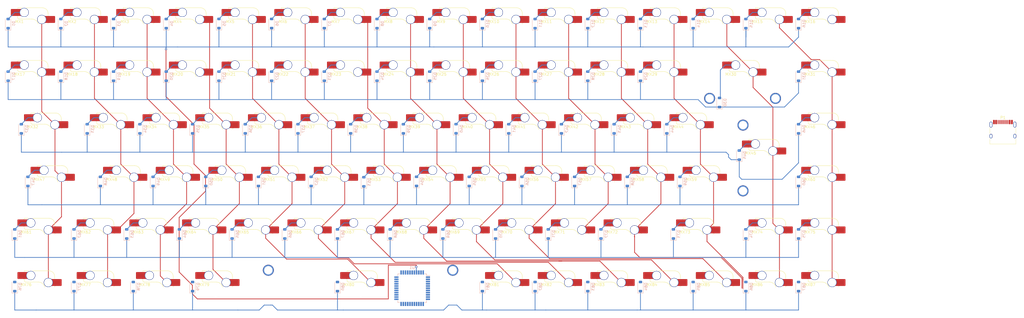
<source format=kicad_pcb>
(kicad_pcb (version 20221018) (generator pcbnew)
  (layers (0 "F.Cu" signal) (31 "B.Cu" signal) (34 "B.Paste" user) (35 "F.Paste" user) (36 "B.SilkS" user "B.Silkscreen") (37 "F.SilkS" user "F.Silkscreen") (38 "B.Mask" user) (39 "F.Mask" user) (44 "Edge.Cuts" user))
  (net 0 "")
  (net 1 "Net-(D1-A)")
  (net 2 "Net-(D2-A)")
  (net 3 "Net-(D3-A)")
  (net 4 "Net-(D4-A)")
  (net 5 "Net-(D5-A)")
  (net 6 "Net-(D6-A)")
  (net 7 "Net-(D7-A)")
  (net 8 "Net-(D8-A)")
  (net 9 "Net-(D9-A)")
  (net 10 "Net-(D10-A)")
  (net 11 "Net-(D11-A)")
  (net 12 "Net-(D12-A)")
  (net 13 "Net-(D13-A)")
  (net 14 "Net-(D14-A)")
  (net 15 "Net-(D15-A)")
  (net 16 "Net-(D16-A)")
  (net 17 "Net-(D17-A)")
  (net 18 "Net-(D18-A)")
  (net 19 "Net-(D19-A)")
  (net 20 "Net-(D20-A)")
  (net 21 "Net-(D21-A)")
  (net 22 "Net-(D22-A)")
  (net 23 "Net-(D23-A)")
  (net 24 "Net-(D24-A)")
  (net 25 "Net-(D25-A)")
  (net 26 "Net-(D26-A)")
  (net 27 "Net-(D27-A)")
  (net 28 "Net-(D28-A)")
  (net 29 "Net-(D29-A)")
  (net 30 "Net-(D30-A)")
  (net 31 "Net-(D31-A)")
  (net 32 "Net-(D32-A)")
  (net 33 "Net-(D33-A)")
  (net 34 "Net-(D34-A)")
  (net 35 "Net-(D35-A)")
  (net 36 "Net-(D36-A)")
  (net 37 "Net-(D37-A)")
  (net 38 "Net-(D38-A)")
  (net 39 "Net-(D39-A)")
  (net 40 "Net-(D40-A)")
  (net 41 "Net-(D41-A)")
  (net 42 "Net-(D42-A)")
  (net 43 "Net-(D43-A)")
  (net 44 "Net-(D44-A)")
  (net 45 "Net-(D45-A)")
  (net 46 "Net-(D46-A)")
  (net 47 "Net-(D47-A)")
  (net 48 "Net-(D48-A)")
  (net 49 "Net-(D49-A)")
  (net 50 "Net-(D50-A)")
  (net 51 "Net-(D51-A)")
  (net 52 "Net-(D52-A)")
  (net 53 "Net-(D53-A)")
  (net 54 "Net-(D54-A)")
  (net 55 "Net-(D55-A)")
  (net 56 "Net-(D56-A)")
  (net 57 "Net-(D57-A)")
  (net 58 "Net-(D58-A)")
  (net 59 "Net-(D59-A)")
  (net 60 "Net-(D60-A)")
  (net 61 "Net-(D62-A)")
  (net 62 "Net-(D63-A)")
  (net 63 "Net-(D64-A)")
  (net 64 "Net-(D65-A)")
  (net 65 "Net-(D66-A)")
  (net 66 "Net-(D67-A)")
  (net 67 "Net-(D68-A)")
  (net 68 "Net-(D69-A)")
  (net 69 "Net-(D70-A)")
  (net 70 "Net-(D71-A)")
  (net 71 "Net-(D72-A)")
  (net 72 "Net-(D73-A)")
  (net 73 "Net-(D74-A)")
  (net 74 "Net-(D75-A)")
  (net 75 "Net-(D76-A)")
  (net 76 "Net-(D61-A)")
  (net 77 "Net-(D77-A)")
  (net 78 "Net-(D78-A)")
  (net 79 "Net-(D79-A)")
  (net 80 "Net-(D80-A)")
  (net 81 "Net-(D81-A)")
  (net 82 "Net-(D82-A)")
  (net 83 "Net-(D83-A)")
  (net 84 "Net-(D84-A)")
  (net 85 "Net-(D85-A)")
  (net 86 "Net-(D86-A)")
  (net 87 "Net-(D87-A)")
  (net 88 "Net-(MX1-Pad1)")
  (net 89 "Net-(MX18-Pad1)")
  (net 90 "Net-(MX19-Pad1)")
  (net 91 "Net-(MX20-Pad1)")
  (net 92 "Net-(MX21-Pad1)")
  (net 93 "Net-(MX22-Pad1)")
  (net 94 "Net-(MX23-Pad1)")
  (net 95 "Net-(MX24-Pad1)")
  (net 96 "Net-(MX25-Pad1)")
  (net 97 "Net-(MX10-Pad1)")
  (net 98 "Net-(MX11-Pad1)")
  (net 99 "Net-(MX12-Pad1)")
  (net 100 "Net-(MX13-Pad1)")
  (net 101 "Net-(MX14-Pad1)")
  (net 102 "Net-(MX15-Pad1)")
  (net 117 "Net-(U1-VCC-Pad14)")
  (net 118 "Net-(U1-GND-Pad15)")
  (net 126 "Net-(U1-AVCC-Pad24)")
  (net 138 "Net-(P1-GND-PadA1)")
  (net 139 "Net-(P1-VBUS-PadA4)")
  (net 145 "Row 1")
  (net 146 "Row 2")
  (net 147 "Row 3")
  (net 148 "Row 4")
  (net 149 "Row 5")
  (net 150 "Row 6")
  (footprint "PCM_marbastlib-mx:SW_MX_HS_1u" (layer "F.Cu") (at 221.835232 28.45792)
    (fp_text reference "MX11")
    (fp_text value "MX_SW_HS" hide)
  )
  (footprint "PCM_marbastlib-mx:SW_MX_HS_1.75u" (layer "F.Cu") (at 271.842732 104.65792)
    (fp_text reference "MX73")
    (fp_text value "MX_SW_HS" hide)
  )
  (footprint "PCM_marbastlib-mx:SW_MX_HS_1u" (layer "F.Cu") (at 98.010232 123.70792)
    (fp_text reference "MX79")
    (fp_text value "MX_SW_HS" hide)
  )
  (footprint "PCM_marbastlib-mx:SW_MX_HS_1u" (layer "F.Cu") (at 150.397732 104.65792)
    (fp_text reference "MX67")
    (fp_text value "MX_SW_HS" hide)
  )
  (footprint "PCM_marbastlib-mx:SW_MX_HS_1.5u" (layer "F.Cu") (at 36.097732 66.55792)
    (fp_text reference "MX32")
    (fp_text value "MX_SW_HS" hide)
  )
  (footprint "PCM_marbastlib-mx:SW_MX_HS_1u" (layer "F.Cu") (at 93.247732 104.65792)
    (fp_text reference "MX64")
    (fp_text value "MX_SW_HS" hide)
  )
  (footprint "PCM_marbastlib-mx:SW_MX_HS_1u" (layer "F.Cu") (at 126.585232 28.45792)
    (fp_text reference "MX6")
    (fp_text value "MX_SW_HS" hide)
  )
  (footprint "PCM_marbastlib-mx:SW_MX_HS_1u" (layer "F.Cu") (at 183.735232 28.45792)
    (fp_text reference "MX9")
    (fp_text value "MX_SW_HS" hide)
  )
  (footprint "PCM_marbastlib-mx:SW_MX_HS_1u" (layer "F.Cu") (at 250.410232 66.55792)
    (fp_text reference "MX43")
    (fp_text value "MX_SW_HS" hide)
  )
  (footprint "PCM_marbastlib-mx:SW_MX_HS_1u" (layer "F.Cu") (at 88.485232 28.45792)
    (fp_text reference "MX4")
    (fp_text value "MX_SW_HS" hide)
  )
  (footprint "PCM_marbastlib-mx:SW_MX_HS_1u" (layer "F.Cu") (at 240.885232 47.50792)
    (fp_text reference "MX28")
    (fp_text value "MX_SW_HS" hide)
  )
  (footprint "PCM_marbastlib-mx:SW_MX_HS_1u" (layer "F.Cu") (at 288.510232 47.50792)
    (fp_text reference "MX30")
    (fp_text value "MX_SW_HS" hide)
  )
  (footprint "PCM_marbastlib-mx:SW_MX_HS_1u" (layer "F.Cu") (at 317.085232 123.70792)
    (fp_text reference "MX87")
    (fp_text value "MX_SW_HS" hide)
  )
  (footprint "PCM_marbastlib-mx:SW_MX_HS_1u" (layer "F.Cu") (at 317.085232 66.55792)
    (fp_text reference "MX46")
    (fp_text value "MX_SW_HS" hide)
  )
  (footprint "PCM_marbastlib-mx:SW_MX_HS_1u" (layer "F.Cu") (at 255.172732 85.60792)
    (fp_text reference "MX58")
    (fp_text value "MX_SW_HS" hide)
  )
  (footprint "PCM_marbastlib-mx:STAB_MX_P_ISO" (layer "F.Cu") (at 295.655232 76.08292)
    (fp_text reference "S2" hide)
    (fp_text value "MX_stab")
  )
  (footprint "PCM_marbastlib-mx:SW_MX_HS_1u" (layer "F.Cu") (at 31.335232 28.45792)
    (fp_text reference "MX1")
    (fp_text value "MX_SW_HS" hide)
  )
  (footprint "PCM_marbastlib-mx:SW_MX_HS_1u" (layer "F.Cu") (at 159.922732 85.60792)
    (fp_text reference "MX53")
    (fp_text value "MX_SW_HS" hide)
  )
  (footprint "PCM_marbastlib-mx:SW_MX_HS_1u" (layer "F.Cu") (at 202.785232 28.45792)
    (fp_text reference "MX10")
    (fp_text value "MX_SW_HS" hide)
  )
  (footprint "PCM_marbastlib-mx:SW_MX_HS_1u" (layer "F.Cu") (at 221.835232 47.50792)
    (fp_text reference "MX27")
    (fp_text value "MX_SW_HS" hide)
  )
  (footprint "PCM_marbastlib-mx:SW_MX_HS_1u" (layer "F.Cu") (at 88.485232 47.50792)
    (fp_text reference "MX20")
    (fp_text value "MX_SW_HS" hide)
  )
  (footprint "PCM_marbastlib-mx:SW_MX_HS_1u" (layer "F.Cu") (at 50.385232 47.50792)
    (fp_text reference "MX18")
    (fp_text value "MX_SW_HS" hide)
  )
  (footprint "PCM_marbastlib-mx:SW_MX_HS_1u" (layer "F.Cu") (at 236.122732 85.60792)
    (fp_text reference "MX57")
    (fp_text value "MX_SW_HS" hide)
  )
  (footprint "PCM_marbastlib-mx:SW_MX_HS_1.75u" (layer "F.Cu") (at 38.477732 85.60792)
    (fp_text reference "MX47")
    (fp_text value "MX_SW_HS" hide)
  )
  (footprint "PCM_marbastlib-mx:SW_MX_HS_1u" (layer "F.Cu") (at 217.072732 85.60792)
    (fp_text reference "MX56")
    (fp_text value "MX_SW_HS" hide)
  )
  (footprint "PCM_marbastlib-mx:SW_MX_HS_1u" (layer "F.Cu") (at 274.222732 85.60792)
    (fp_text reference "MX59")
    (fp_text value "MX_SW_HS" hide)
  )
  (footprint "PCM_marbastlib-mx:SW_MX_HS_1u" (layer "F.Cu") (at 107.535232 28.45792)
    (fp_text reference "MX5")
    (fp_text value "MX_SW_HS" hide)
  )
  (footprint "PCM_marbastlib-mx:SW_MX_HS_1u" (layer "F.Cu") (at 240.885232 123.70792)
    (fp_text reference "MX83")
    (fp_text value "MX_SW_HS" hide)
  )
  (footprint "PCM_marbastlib-mx:SW_MX_HS_1u" (layer "F.Cu") (at 31.335232 47.50792)
    (fp_text reference "MX17")
    (fp_text value "MX_SW_HS" hide)
  )
  (footprint "PCM_marbastlib-mx:SW_MX_HS_1u" (layer "F.Cu") (at 164.685232 28.45792)
    (fp_text reference "MX8")
    (fp_text value "MX_SW_HS" hide)
  )
  (footprint "PCM_marbastlib-mx:SW_MX_HS_1u" (layer "F.Cu") (at 207.547732 104.65792)
    (fp_text reference "MX70")
    (fp_text value "MX_SW_HS" hide)
  )
  (footprint "PCM_marbastlib-mx:SW_MX_HS_1u" (layer "F.Cu") (at 112.297732 104.65792)
    (fp_text reference "MX65")
    (fp_text value "MX_SW_HS" hide)
  )
  (footprint "PCM_marbastlib-mx:SW_MX_HS_1u" (layer "F.Cu") (at 298.035232 104.65792)
    (fp_text reference "MX74")
    (fp_text value "MX_SW_HS" hide)
  )
  (footprint "PCM_marbastlib-mx:SW_MX_HS_1u" (layer "F.Cu") (at 259.935232 28.45792)
    (fp_text reference "MX13")
    (fp_text value "MX_SW_HS" hide)
  )
  (footprint "PCM_marbastlib-mx:SW_MX_HS_1u" (layer "F.Cu") (at 259.935232 123.70792)
    (fp_text reference "MX84")
    (fp_text value "MX_SW_HS" hide)
  )
  (footprint "PCM_marbastlib-mx:SW_MX_HS_1u" (layer "F.Cu") (at 259.935232 47.50792)
    (fp_text reference "MX29")
    (fp_text value "MX_SW_HS" hide)
  )
  (footprint "PCM_marbastlib-mx:SW_MX_HS_1u" (layer "F.Cu") (at 188.497732 104.65792)
    (fp_text reference "MX69")
    (fp_text value "MX_SW_HS" hide)
  )
  (footprint "PCM_marbastlib-mx:SW_MX_HS_1u" (layer "F.Cu") (at 145.635232 47.50792)
    (fp_text reference "MX23")
    (fp_text value "MX_SW_HS" hide)
  )
  (footprint "PCM_marbastlib-mx:SW_MX_HS_1u" (layer "F.Cu") (at 269.460232 66.55792)
    (fp_text reference "MX44")
    (fp_text value "MX_SW_HS" hide)
  )
  (footprint "PCM_marbastlib-mx:SW_MX_HS_1u" (layer "F.Cu") (at 183.735232 47.50792)
    (fp_text reference "MX25")
    (fp_text value "MX_SW_HS" hide)
  )
  (footprint "PCM_marbastlib-mx:SW_MX_HS_1u" (layer "F.Cu") (at 193.260232 66.55792)
    (fp_text reference "MX40")
    (fp_text value "MX_SW_HS" hide)
  )
  (footprint "PCM_marbastlib-mx:SW_MX_HS_1u" (layer "F.Cu") (at 317.085232 28.45792)
    (fp_text reference "MX16")
    (fp_text value "MX_SW_HS" hide)
  )
  (footprint "PCM_marbastlib-mx:SW_MX_HS_1u" (layer "F.Cu") (at 64.672732 85.60792)
    (fp_text reference "MX48")
    (fp_text value "MX_SW_HS" hide)
  )
  (footprint "PCM_marbastlib-mx:SW_MX_HS_1u" (layer "F.Cu") (at 169.447732 104.65792)
    (fp_text reference "MX68")
    (fp_text value "MX_SW_HS" hide)
  )
  (footprint "PCM_marbastlib-mx:SW_MX_HS_1u" (layer "F.Cu") (at 55.147732 104.65792)
    (fp_text reference "MX62")
    (fp_text value "MX_SW_HS" hide)
  )
  (footprint "PCM_marbastlib-mx:SW_MX_HS_1u" (layer "F.Cu") (at 317.085232 104.65792)
    (fp_text reference "MX75")
    (fp_text value "MX_SW_HS" hide)
  )
  (footprint "PCM_marbastlib-mx:SW_MX_HS_1u" (layer "F.Cu") (at 107.535232 47.50792)
    (fp_text reference "MX21")
    (fp_text value "MX_SW_HS" hide)
  )
  (footprint "PCM_marbastlib-mx:SW_MX_HS_1.25u" (layer "F.Cu") (at 33.714732 104.65792)
    (fp_text reference "MX61")
    (fp_text value "MX_SW_HS" hide)
  )
  (footprint "PCM_marbastlib-mx:SW_MX_HS_1u" (layer "F.Cu") (at 317.085232 85.60792)
    (fp_text reference "MX60")
    (fp_text value "MX_SW_HS" hide)
  )
  (footprint "PCM_marbastlib-mx:SW_MX_HS_1u" (layer "F.Cu") (at 136.110232 66.55792)
    (fp_text reference "MX37")
    (fp_text value "MX_SW_HS" hide)
  )
  (footprint "PCM_marbastlib-mx:SW_MX_HS_1u" (layer "F.Cu") (at 198.022732 85.60792)
    (fp_text reference "MX55")
    (fp_text value "MX_SW_HS" hide)
  )
  (footprint "PCM_marbastlib-mx:SW_MX_HS_1u" (layer "F.Cu") (at 69.435232 28.45792)
    (fp_text reference "MX3")
    (fp_text value "MX_SW_HS" hide)
  )
  (footprint "PCM_marbastlib-mx:SW_MX_HS_1u" (layer "F.Cu") (at 212.310232 66.55792)
    (fp_text reference "MX41")
    (fp_text value "MX_SW_HS" hide)
  )
  (footprint "PCM_marbastlib-mx:SW_MX_HS_1u" (layer "F.Cu") (at 121.822732 85.60792)
    (fp_text reference "MX51")
    (fp_text value "MX_SW_HS" hide)
  )
  (footprint "Connector_USB:USB_C_Receptacle_HRO_TYPE-C-31-M-12" (layer "F.Cu") (at 382.6328 67.113224)
    (fp_text reference "P1")
    (fp_text value "USB_C_Plug_USB2.0")
  )
  (footprint "PCM_marbastlib-mx:SW_MX_HS_1u" (layer "F.Cu") (at 126.585232 47.50792)
    (fp_text reference "MX22")
    (fp_text value "MX_SW_HS" hide)
  )
  (footprint "PCM_marbastlib-mx:SW_MX_HS_1u" (layer "F.Cu") (at 155.160232 66.55792)
    (fp_text reference "MX38")
    (fp_text value "MX_SW_HS" hide)
  )
  (footprint "PCM_marbastlib-mx:SW_MX_HS_1u" (layer "F.Cu") (at 226.597732 104.65792)
    (fp_text reference "MX71")
    (fp_text value "MX_SW_HS" hide)
  )
  (footprint "PCM_marbastlib-mx:SW_MX_HS_1u" (layer "F.Cu") (at 83.722732 85.60792)
    (fp_text reference "MX49")
    (fp_text value "MX_SW_HS" hide)
  )
  (footprint "PCM_marbastlib-mx:SW_MX_HS_1u" (layer "F.Cu") (at 102.772732 85.60792)
    (fp_text reference "MX50")
    (fp_text value "MX_SW_HS" hide)
  )
  (footprint "PCM_marbastlib-mx:SW_MX_HS_1u" (layer "F.Cu") (at 140.872732 85.60792)
    (fp_text reference "MX52")
    (fp_text value "MX_SW_HS" hide)
  )
  (footprint "PCM_marbastlib-mx:SW_MX_HS_1u" (layer "F.Cu") (at 295.657732 76.08292)
    (fp_text reference "MX45")
    (fp_text value "MX_SW_HS" hide)
  )
  (footprint "PCM_marbastlib-mx:SW_MX_HS_1u" (layer "F.Cu") (at 240.885232 28.45792)
    (fp_text reference "MX12")
    (fp_text value "MX_SW_HS" hide)
  )
  (footprint "PCM_marbastlib-mx:SW_MX_HS_1u" (layer "F.Cu") (at 221.835232 123.70792)
    (fp_text reference "MX82")
    (fp_text value "MX_SW_HS" hide)
  )
  (footprint "PCM_marbastlib-mx:SW_MX_HS_1u" (layer "F.Cu") (at 245.647732 104.65792)
    (fp_text reference "MX72")
    (fp_text value "MX_SW_HS" hide)
  )
  (footprint "PCM_marbastlib-mx:STAB_MX_P_2u" (layer "F.Cu") (at 288.510232 47.50792 180)
    (fp_text reference "S1" hide)
    (fp_text value "MX_stab")
  )
  (footprint "PCM_marbastlib-mx:SW_MX_HS_1u" (layer "F.Cu") (at 202.785232 47.50792)
    (fp_text reference "MX26")
    (fp_text value "MX_SW_HS" hide)
  )
  (footprint "PCM_marbastlib-mx:SW_MX_HS_1u" (layer "F.Cu") (at 59.910232 66.55792)
    (fp_text reference "MX33")
    (fp_text value "MX_SW_HS" hide)
  )
  (footprint "PCM_marbastlib-mx:SW_MX_HS_1u" (layer "F.Cu") (at 150.397732 123.70792)
    (fp_text reference "MX80")
    (fp_text value "MX_SW_HS" hide)
  )
  (footprint "PCM_marbastlib-mx:SW_MX_HS_1u" (layer "F.Cu") (at 131.347732 104.65792)
    (fp_text reference "MX66")
    (fp_text value "MX_SW_HS" hide)
  )
  (footprint "PCM_marbastlib-mx:SW_MX_HS_1u" (layer "F.Cu") (at 164.685232 47.50792)
    (fp_text reference "MX24")
    (fp_text value "MX_SW_HS" hide)
  )
  (footprint "PCM_marbastlib-mx:STAB_MX_P_4.5u" (layer "F.Cu") (at 150.401732 123.70792)
    (fp_text reference "S3" hide)
    (fp_text value "MX_stab")
  )
  (footprint "PCM_marbastlib-mx:SW_MX_HS_1u" (layer "F.Cu") (at 178.972732 85.60792)
    (fp_text reference "MX54")
    (fp_text value "MX_SW_HS" hide)
  )
  (footprint "PCM_marbastlib-mx:SW_MX_HS_1u" (layer "F.Cu") (at 78.960232 66.55792)
    (fp_text reference "MX34")
    (fp_text value "MX_SW_HS" hide)
  )
  (footprint "PCM_marbastlib-mx:SW_MX_HS_1u" (layer "F.Cu") (at 278.985232 123.70792)
    (fp_text reference "MX85")
    (fp_text value "MX_SW_HS" hide)
  )
  (footprint "PCM_marbastlib-mx:SW_MX_HS_1u" (layer "F.Cu") (at 278.985232 28.45792)
    (fp_text reference "MX14")
    (fp_text value "MX_SW_HS" hide)
  )
  (footprint "PCM_marbastlib-mx:SW_MX_HS_1u" (layer "F.Cu") (at 317.085232 47.50792)
    (fp_text reference "MX31")
    (fp_text value "MX_SW_HS" hide)
  )
  (footprint "PCM_marbastlib-mx:SW_MX_HS_1u" (layer "F.Cu") (at 298.035232 28.45792)
    (fp_text reference "MX15")
    (fp_text value "MX_SW_HS" hide)
  )
  (footprint "PCM_marbastlib-mx:SW_MX_HS_1u" (layer "F.Cu") (at 117.060232 66.55792)
    (fp_text reference "MX36")
    (fp_text value "MX_SW_HS" hide)
  )
  (footprint "PCM_marbastlib-mx:SW_MX_HS_1u" (layer "F.Cu") (at 145.635232 28.45792)
    (fp_text reference "MX7")
    (fp_text value "MX_SW_HS" hide)
  )
  (footprint "PCM_marbastlib-mx:SW_MX_HS_1u" (layer "F.Cu") (at 50.385232 28.45792)
    (fp_text reference "MX2")
    (fp_text value "MX_SW_HS" hide)
  )
  (footprint "PCM_marbastlib-mx:SW_MX_HS_1.25u" (layer "F.Cu") (at 76.578982 123.70792)
    (fp_text reference "MX78")
    (fp_text value "MX_SW_HS" hide)
  )
  (footprint "PCM_marbastlib-mx:SW_MX_HS_1u" (layer "F.Cu") (at 202.785232 123.70792)
    (fp_text reference "MX81")
    (fp_text value "MX_SW_HS" hide)
  )
  (footprint "PCM_marbastlib-mx:SW_MX_HS_1u" (layer "F.Cu") (at 98.010232 66.55792)
    (fp_text reference "MX35")
    (fp_text value "MX_SW_HS" hide)
  )
  (footprint "PCM_marbastlib-mx:SW_MX_HS_1u" (layer "F.Cu") (at 298.035232 123.70792)
    (fp_text reference "MX86")
    (fp_text value "MX_SW_HS" hide)
  )
  (footprint "PCM_marbastlib-mx:SW_MX_HS_1u" (layer "F.Cu") (at 55.147732 123.70792)
    (fp_text reference "MX77")
    (fp_text value "MX_SW_HS" hide)
  )
  (footprint "PCM_marbastlib-mx:SW_MX_HS_1u" (layer "F.Cu") (at 69.435232 47.50792)
    (fp_text reference "MX19")
    (fp_text value "MX_SW_HS" hide)
  )
  (footprint "PCM_marbastlib-mx:SW_MX_HS_1.25u" (layer "F.Cu") (at 33.714732 123.70792)
    (fp_text reference "MX76")
    (fp_text value "MX_SW_HS" hide)
  )
  (footprint "PCM_marbastlib-mx:SW_MX_HS_1u" (layer "F.Cu") (at 174.210232 66.55792)
    (fp_text reference "MX39")
    (fp_text value "MX_SW_HS" hide)
  )
  (footprint "PCM_marbastlib-mx:SW_MX_HS_1u" (layer "F.Cu") (at 231.360232 66.55792)
    (fp_text reference "MX42")
    (fp_text value "MX_SW_HS" hide)
  )
  (footprint "PCM_marbastlib-mx:SW_MX_HS_1u" (layer "F.Cu") (at 74.197732 104.65792)
    (fp_text reference "MX63")
    (fp_text value "MX_SW_HS" hide)
  )
  (footprint "Diode_SMD:D_SOD-123" (layer "B.Cu") (at 156.351253 27.409236 90)
    (fp_text reference "D8")
    (fp_text value "D_Small")
  )
  (footprint "Package_QFP:TQFP-44_10x10mm_P0.8mm" (layer "B.Cu") (at 169.068608 123.229584 180)
    (fp_text reference "U1")
    (fp_text value "ATmega32U4-A")
  )
  (footprint "Diode_SMD:D_SOD-123" (layer "B.Cu") (at 213.501397 27.409236 90)
    (fp_text reference "D11")
    (fp_text value "D_Small")
  )
  (footprint "Diode_SMD:D_SOD-123" (layer "B.Cu") (at 308.751637 27.409236 90)
    (fp_text reference "D16")
    (fp_text value "D_Small")
  )
  (footprint "Diode_SMD:D_SOD-123" (layer "B.Cu") (at 213.501397 46.459284 90)
    (fp_text reference "D27")
    (fp_text value "D_Small")
  )
  (footprint "Diode_SMD:D_SOD-123" (layer "B.Cu") (at 25.382173 122.633703 90)
    (fp_text reference "D76")
    (fp_text value "D_Small")
  )
  (footprint "Diode_SMD:D_SOD-123" (layer "B.Cu") (at 251.601493 27.409236 90)
    (fp_text reference "D13")
    (fp_text value "D_Small")
  )
  (footprint "Diode_SMD:D_SOD-123" (layer "B.Cu") (at 142.063717 103.583655 90)
    (fp_text reference "D67")
    (fp_text value "D_Small")
  )
  (footprint "Diode_SMD:D_SOD-123" (layer "B.Cu") (at 151.588741 84.695322 90)
    (fp_text reference "D53")
    (fp_text value "D_Small")
  )
  (footprint "Diode_SMD:D_SOD-123" (layer "B.Cu") (at 56.338501 84.55938 90)
    (fp_text reference "D48")
    (fp_text value "D_Small")
  )
  (footprint "Diode_SMD:D_SOD-123" (layer "B.Cu") (at 61.101013 46.459284 90)
    (fp_text reference "D19")
    (fp_text value "D_Small")
  )
  (footprint "Diode_SMD:D_SOD-123" (layer "B.Cu") (at 30.144685 84.55938 90)
    (fp_text reference "D47")
    (fp_text value "D_Small")
  )
  (footprint "Diode_SMD:D_SOD-123" (layer "B.Cu") (at 246.838981 84.55938 90)
    (fp_text reference "D58")
    (fp_text value "D_Small")
  )
  (footprint "Diode_SMD:D_SOD-123" (layer "B.Cu") (at 242.076469 65.509332 90)
    (fp_text reference "D43")
    (fp_text value "D_Small")
  )
  (footprint "Diode_SMD:D_SOD-123" (layer "B.Cu") (at 251.601493 122.633703 90)
    (fp_text reference "D84")
    (fp_text value "D_Small")
  )
  (footprint "Diode_SMD:D_SOD-123" (layer "B.Cu") (at 308.751637 65.509332 90)
    (fp_text reference "D46")
    (fp_text value "D_Small")
  )
  (footprint "Diode_SMD:D_SOD-123" (layer "B.Cu") (at 46.813477 122.633703 90)
    (fp_text reference "D77")
    (fp_text value "D_Small")
  )
  (footprint "Diode_SMD:D_SOD-123" (layer "B.Cu") (at 175.401301 27.409236 90)
    (fp_text reference "D9")
    (fp_text value "D_Small")
  )
  (footprint "Diode_SMD:D_SOD-123" (layer "B.Cu") (at 170.638789 84.533607 90)
    (fp_text reference "D54")
    (fp_text value "D_Small")
  )
  (footprint "Diode_SMD:D_SOD-123" (layer "B.Cu") (at 103.963621 103.583655 90)
    (fp_text reference "D65")
    (fp_text value "D_Small")
  )
  (footprint "Diode_SMD:D_SOD-123" (layer "B.Cu") (at 42.050965 46.459284 90)
    (fp_text reference "D18")
    (fp_text value "D_Small")
  )
  (footprint "Diode_SMD:D_SOD-123" (layer "B.Cu") (at 23.000917 27.409236 90)
    (fp_text reference "D1")
    (fp_text value "D_Small")
  )
  (footprint "Diode_SMD:D_SOD-123" (layer "B.Cu") (at 287.320333 75.034356 90)
    (fp_text reference "D45")
    (fp_text value "D_Small")
  )
  (footprint "Diode_SMD:D_SOD-123" (layer "B.Cu") (at 46.813477 103.583655 90)
    (fp_text reference "D62")
    (fp_text value "D_Small")
  )
  (footprint "Diode_SMD:D_SOD-123" (layer "B.Cu") (at 289.701589 103.583655 90)
    (fp_text reference "D74")
    (fp_text value "D_Small")
  )
  (footprint "Diode_SMD:D_SOD-123" (layer "B.Cu") (at 265.889029 84.55938 90)
    (fp_text reference "D59")
    (fp_text value "D_Small")
  )
  (footprint "Diode_SMD:D_SOD-123" (layer "B.Cu") (at 75.388549 84.55938 90)
    (fp_text reference "D49")
    (fp_text value "D_Small")
  )
  (footprint "Diode_SMD:D_SOD-123" (layer "B.Cu") (at 137.301205 27.409236 90)
    (fp_text reference "D7")
    (fp_text value "D_Small")
  )
  (footprint "Diode_SMD:D_SOD-123" (layer "B.Cu") (at 61.101013 27.409236 90)
    (fp_text reference "D3")
    (fp_text value "D_Small")
  )
  (footprint "Diode_SMD:D_SOD-123" (layer "B.Cu") (at 51.575989 65.509332 90)
    (fp_text reference "D33")
    (fp_text value "D_Small")
  )
  (footprint "Diode_SMD:D_SOD-123" (layer "B.Cu") (at 146.826229 65.509332 90)
    (fp_text reference "D38")
    (fp_text value "D_Small")
  )
  (footprint "Diode_SMD:D_SOD-123" (layer "B.Cu") (at 118.251157 27.383463 90)
    (fp_text reference "D6")
    (fp_text value "D_Small")
  )
  (footprint "Diode_SMD:D_SOD-123" (layer "B.Cu") (at 218.263909 103.583655 90)
    (fp_text reference "D71")
    (fp_text value "D_Small")
  )
  (footprint "Diode_SMD:D_SOD-123" (layer "B.Cu") (at 308.751637 122.633703 90)
    (fp_text reference "D87")
    (fp_text value "D_Small")
  )
  (footprint "Diode_SMD:D_SOD-123" (layer "B.Cu") (at 80.151061 27.409236 90)
    (fp_text reference "D4")
    (fp_text value "D_Small")
  )
  (footprint "Diode_SMD:D_SOD-123" (layer "B.Cu") (at 27.763429 65.509332 90)
    (fp_text reference "D32")
    (fp_text value "D_Small")
  )
  (footprint "Diode_SMD:D_SOD-123" (layer "B.Cu") (at 142.063717 122.633703 90)
    (fp_text reference "D80")
    (fp_text value "D_Small")
  )
  (footprint "Diode_SMD:D_SOD-123" (layer "B.Cu") (at 251.601493 46.459284 90)
    (fp_text reference "D29")
    (fp_text value "D_Small")
  )
  (footprint "Diode_SMD:D_SOD-123" (layer "B.Cu") (at 280.176565 55.984308 90)
    (fp_text reference "D30")
    (fp_text value "D_Small")
  )
  (footprint "Diode_SMD:D_SOD-123" (layer "B.Cu") (at 308.751637 103.583655 90)
    (fp_text reference "D75")
    (fp_text value "D_Small")
  )
  (footprint "Diode_SMD:D_SOD-123" (layer "B.Cu") (at 213.501397 122.633703 90)
    (fp_text reference "D82")
    (fp_text value "D_Small" hide)
  )
  (footprint "Diode_SMD:D_SOD-123" (layer "B.Cu") (at 263.507773 103.583655 90)
    (fp_text reference "D73")
    (fp_text value "D_Small")
  )
  (footprint "Diode_SMD:D_SOD-123" (layer "B.Cu") (at 137.301205 46.459284 90)
    (fp_text reference "D23")
    (fp_text value "D_Small")
  )
  (footprint "Diode_SMD:D_SOD-123" (layer "B.Cu") (at 89.676085 122.633703 90)
    (fp_text reference "D79")
    (fp_text value "D_Small")
  )
  (footprint "Diode_SMD:D_SOD-123" (layer "B.Cu") (at 194.451349 46.459284 90)
    (fp_text reference "D26")
    (fp_text value "D_Small")
  )
  (footprint "Diode_SMD:D_SOD-123" (layer "B.Cu") (at 232.551445 46.459284 90)
    (fp_text reference "D28")
    (fp_text value "D_Small")
  )
  (footprint "Diode_SMD:D_SOD-123" (layer "B.Cu") (at 165.876277 65.509332 90)
    (fp_text reference "D39")
    (fp_text value "D_Small")
  )
  (footprint "Diode_SMD:D_SOD-123" (layer "B.Cu") (at 175.401301 46.459284 90)
    (fp_text reference "D25")
    (fp_text value "D_Small")
  )
  (footprint "Diode_SMD:D_SOD-123" (layer "B.Cu") (at 203.976373 65.509332 90)
    (fp_text reference "D41")
    (fp_text value "D_Small")
  )
  (footprint "Diode_SMD:D_SOD-123" (layer "B.Cu") (at 80.151061 46.459284 90)
    (fp_text reference "D20")
    (fp_text value "D_Small")
  )
  (footprint "Diode_SMD:D_SOD-123" (layer "B.Cu") (at 308.751637 46.459284 90)
    (fp_text reference "D31")
    (fp_text value "D_Small")
  )
  (footprint "Diode_SMD:D_SOD-123" (layer "B.Cu") (at 68.244781 122.633703 90)
    (fp_text reference "D78")
    (fp_text value "D_Small")
  )
  (footprint "Diode_SMD:D_SOD-123" (layer "B.Cu") (at 123.013669 103.583655 90)
    (fp_text reference "D66")
    (fp_text value "D_Small")
  )
  (footprint "Diode_SMD:D_SOD-123" (layer "B.Cu") (at 84.913573 103.583655 90)
    (fp_text reference "D64")
    (fp_text value "D_Small")
  )
  (footprint "Diode_SMD:D_SOD-123" (layer "B.Cu") (at 189.688837 84.55938 90)
    (fp_text reference "D55")
    (fp_text value "D_Small")
  )
  (footprint "Diode_SMD:D_SOD-123" (layer "B.Cu") (at 270.651541 27.409236 90)
    (fp_text reference "D14")
    (fp_text value "D_Small")
  )
  (footprint "Diode_SMD:D_SOD-123" (layer "B.Cu") (at 42.050965 27.409236 90)
    (fp_text reference "D2")
    (fp_text value "D_Small")
  )
  (footprint "Diode_SMD:D_SOD-123" (layer "B.Cu") (at 237.313957 103.583655 90)
    (fp_text reference "D72")
    (fp_text value "D_Small")
  )
  (footprint "Diode_SMD:D_SOD-123" (layer "B.Cu") (at 25.382173 103.583655 90)
    (fp_text reference "D61")
    (fp_text value "D_Small")
  )
  (footprint "Diode_SMD:D_SOD-123" (layer "B.Cu") (at 232.551445 122.633703 90)
    (fp_text reference "D83")
    (fp_text value "D_Small")
  )
  (footprint "Diode_SMD:D_SOD-123" (layer "B.Cu") (at 127.776181 65.509332 90)
    (fp_text reference "D37")
    (fp_text value "D_Small")
  )
  (footprint "Diode_SMD:D_SOD-123" (layer "B.Cu") (at 70.626037 65.509332 90)
    (fp_text reference "D34")
    (fp_text value "D_Small")
  )
  (footprint "Diode_SMD:D_SOD-123" (layer "B.Cu") (at 180.163813 103.583655 90)
    (fp_text reference "D69")
    (fp_text value "D_Small")
  )
  (footprint "Diode_SMD:D_SOD-123" (layer "B.Cu") (at 261.126517 65.509332 90)
    (fp_text reference "D44")
    (fp_text value "D_Small")
  )
  (footprint "Diode_SMD:D_SOD-123" (layer "B.Cu") (at 289.701589 27.409236 90)
    (fp_text reference "D15")
    (fp_text value "D_Small")
  )
  (footprint "Diode_SMD:D_SOD-123" (layer "B.Cu") (at 99.201109 27.383463 90)
    (fp_text reference "D5")
    (fp_text value "D_Small")
  )
  (footprint "Diode_SMD:D_SOD-123" (layer "B.Cu") (at 132.538693 84.55938 90)
    (fp_text reference "D52")
    (fp_text value "D_Small")
  )
  (footprint "Diode_SMD:D_SOD-123" (layer "B.Cu") (at 99.201109 46.459284 90)
    (fp_text reference "D21")
    (fp_text value "D_Small")
  )
  (footprint "Diode_SMD:D_SOD-123" (layer "B.Cu") (at 194.451349 27.409236 90)
    (fp_text reference "D10")
    (fp_text value "D_Small")
  )
  (footprint "Diode_SMD:D_SOD-123" (layer "B.Cu") (at 108.726133 65.509332 90)
    (fp_text reference "D36")
    (fp_text value "D_Small")
  )
  (footprint "Diode_SMD:D_SOD-123" (layer "B.Cu") (at 232.551445 27.409236 90)
    (fp_text reference "D12")
    (fp_text value "D_Small")
  )
  (footprint "Diode_SMD:D_SOD-123" (layer "B.Cu") (at 113.488645 84.55938 90)
    (fp_text reference "D51")
    (fp_text value "D_Small")
  )
  (footprint "Diode_SMD:D_SOD-123" (layer "B.Cu") (at 94.438597 84.55938 90)
    (fp_text reference "D50")
    (fp_text value "D_Small")
  )
  (footprint "Diode_SMD:D_SOD-123" (layer "B.Cu") (at 65.863525 103.583655 90)
    (fp_text reference "D63")
    (fp_text value "D_Small")
  )
  (footprint "Diode_SMD:D_SOD-123" (layer "B.Cu") (at 194.451349 122.633703 90)
    (fp_text reference "D81")
    (fp_text value "D_Small")
  )
  (footprint "Diode_SMD:D_SOD-123" (layer "B.Cu") (at 89.676085 65.509332 90)
    (fp_text reference "D35")
    (fp_text value "D_Small")
  )
  (footprint "Diode_SMD:D_SOD-123" (layer "B.Cu") (at 223.026421 65.509332 90)
    (fp_text reference "D42")
    (fp_text value "D_Small")
  )
  (footprint "Diode_SMD:D_SOD-123" (layer "B.Cu") (at 161.113765 103.583655 90)
    (fp_text reference "D68")
    (fp_text value "D_Small")
  )
  (footprint "Diode_SMD:D_SOD-123" (layer "B.Cu") (at 199.213861 103.583655 90)
    (fp_text reference "D70")
    (fp_text value "D_Small")
  )
  (footprint "Diode_SMD:D_SOD-123" (layer "B.Cu") (at 156.351253 46.459284 90)
    (fp_text reference "D24")
    (fp_text value "D_Small")
  )
  (footprint "Diode_SMD:D_SOD-123" (layer "B.Cu") (at 118.251157 46.459284 90)
    (fp_text reference "D22")
    (fp_text value "D_Small")
  )
  (footprint "Diode_SMD:D_SOD-123" (layer "B.Cu") (at 270.651541 122.633703 90)
    (fp_text reference "D85")
    (fp_text value "D_Small")
  )
  (footprint "Diode_SMD:D_SOD-123" (layer "B.Cu") (at 23.000917 46.459284 90)
    (fp_text reference "D17")
    (fp_text value "D_Small")
  )
  (footprint "Diode_SMD:D_SOD-123" (layer "B.Cu") (at 227.788933 84.55938 90)
    (fp_text reference "D57")
    (fp_text value "D_Small")
  )
  (footprint "Diode_SMD:D_SOD-123" (layer "B.Cu") (at 308.751637 84.55938 90)
    (fp_text reference "D60")
    (fp_text value "D_Small")
  )
  (footprint "Diode_SMD:D_SOD-123" (layer "B.Cu") (at 184.926325 65.483559 90)
    (fp_text reference "D40")
    (fp_text value "D_Small")
  )
  (footprint "Diode_SMD:D_SOD-123" (layer "B.Cu") (at 289.701589 122.633703 90)
    (fp_text reference "D86")
    (fp_text value "D_Small")
  )
  (footprint "Diode_SMD:D_SOD-123" (layer "B.Cu") (at 208.738885 84.55938 90)
    (fp_text reference "D56")
    (fp_text value "D_Small")
  )
  (segment (start 23.000917 25.759236) (end 25.382233 23.37792) (width 0.25) (layer "B.Cu") (net 1))
  (segment (start 25.382233 23.37792) (end 28.795232 23.37792) (width 0.25) (layer "B.Cu") (net 1))
  (segment (start 42.050965 25.759236) (end 44.432281 23.37792) (width 0.25) (layer "B.Cu") (net 2))
  (segment (start 44.432281 23.37792) (end 47.845232 23.37792) (width 0.25) (layer "B.Cu") (net 2))
  (segment (start 61.101013 25.759236) (end 63.482329 23.37792) (width 0.25) (layer "B.Cu") (net 3))
  (segment (start 63.482329 23.37792) (end 66.895232 23.37792) (width 0.25) (layer "B.Cu") (net 3))
  (segment (start 82.532377 23.37792) (end 85.945232 23.37792) (width 0.25) (layer "B.Cu") (net 4))
  (segment (start 80.151061 25.759236) (end 82.532377 23.37792) (width 0.25) (layer "B.Cu") (net 4))
  (segment (start 99.201109 25.733463) (end 101.556652 23.37792) (width 0.25) (layer "B.Cu") (net 5))
  (segment (start 101.556652 23.37792) (end 104.995232 23.37792) (width 0.25) (layer "B.Cu") (net 5))
  (segment (start 120.6067 23.37792) (end 124.045232 23.37792) (width 0.25) (layer "B.Cu") (net 6))
  (segment (start 118.251157 25.733463) (end 120.6067 23.37792) (width 0.25) (layer "B.Cu") (net 6))
  (segment (start 137.301205 25.759236) (end 139.682521 23.37792) (width 0.25) (layer "B.Cu") (net 7))
  (segment (start 139.682521 23.37792) (end 143.095232 23.37792) (width 0.25) (layer "B.Cu") (net 7))
  (segment (start 156.351253 25.759236) (end 158.732569 23.37792) (width 0.25) (layer "B.Cu") (net 8))
  (segment (start 158.732569 23.37792) (end 162.145232 23.37792) (width 0.25) (layer "B.Cu") (net 8))
  (segment (start 175.401301 25.759236) (end 177.782617 23.37792) (width 0.25) (layer "B.Cu") (net 9))
  (segment (start 177.782617 23.37792) (end 181.195232 23.37792) (width 0.25) (layer "B.Cu") (net 9))
  (segment (start 194.451349 25.759236) (end 196.832665 23.37792) (width 0.25) (layer "B.Cu") (net 10))
  (segment (start 196.832665 23.37792) (end 200.245232 23.37792) (width 0.25) (layer "B.Cu") (net 10))
  (segment (start 215.882713 23.37792) (end 219.295232 23.37792) (width 0.25) (layer "B.Cu") (net 11))
  (segment (start 213.501397 25.759236) (end 215.882713 23.37792) (width 0.25) (layer "B.Cu") (net 11))
  (segment (start 232.551445 25.759236) (end 234.932761 23.37792) (width 0.25) (layer "B.Cu") (net 12))
  (segment (start 234.932761 23.37792) (end 238.345232 23.37792) (width 0.25) (layer "B.Cu") (net 12))
  (segment (start 253.982809 23.37792) (end 257.395232 23.37792) (width 0.25) (layer "B.Cu") (net 13))
  (segment (start 251.601493 25.759236) (end 253.982809 23.37792) (width 0.25) (layer "B.Cu") (net 13))
  (segment (start 273.032857 23.37792) (end 276.445232 23.37792) (width 0.25) (layer "B.Cu") (net 14))
  (segment (start 270.651541 25.759236) (end 273.032857 23.37792) (width 0.25) (layer "B.Cu") (net 14))
  (segment (start 289.701589 25.759236) (end 292.082905 23.37792) (width 0.25) (layer "B.Cu") (net 15))
  (segment (start 292.082905 23.37792) (end 295.495232 23.37792) (width 0.25) (layer "B.Cu") (net 15))
  (segment (start 311.132953 23.37792) (end 314.545232 23.37792) (width 0.25) (layer "B.Cu") (net 16))
  (segment (start 308.751637 25.759236) (end 311.132953 23.37792) (width 0.25) (layer "B.Cu") (net 16))
  (segment (start 25.382281 42.42792) (end 28.795232 42.42792) (width 0.25) (layer "B.Cu") (net 17))
  (segment (start 23.000917 44.809284) (end 25.382281 42.42792) (width 0.25) (layer "B.Cu") (net 17))
  (segment (start 44.432329 42.42792) (end 47.845232 42.42792) (width 0.25) (layer "B.Cu") (net 18))
  (segment (start 42.050965 44.809284) (end 44.432329 42.42792) (width 0.25) (layer "B.Cu") (net 18))
  (segment (start 63.482377 42.42792) (end 66.895232 42.42792) (width 0.25) (layer "B.Cu") (net 19))
  (segment (start 61.101013 44.809284) (end 63.482377 42.42792) (width 0.25) (layer "B.Cu") (net 19))
  (segment (start 82.532425 42.42792) (end 85.945232 42.42792) (width 0.25) (layer "B.Cu") (net 20))
  (segment (start 80.151061 44.809284) (end 82.532425 42.42792) (width 0.25) (layer "B.Cu") (net 20))
  (segment (start 99.201109 44.809284) (end 101.582473 42.42792) (width 0.25) (layer "B.Cu") (net 21))
  (segment (start 101.582473 42.42792) (end 104.995232 42.42792) (width 0.25) (layer "B.Cu") (net 21))
  (segment (start 120.632521 42.42792) (end 124.045232 42.42792) (width 0.25) (layer "B.Cu") (net 22))
  (segment (start 118.251157 44.809284) (end 120.632521 42.42792) (width 0.25) (layer "B.Cu") (net 22))
  (segment (start 137.301205 44.809284) (end 139.682569 42.42792) (width 0.25) (layer "B.Cu") (net 23))
  (segment (start 139.682569 42.42792) (end 143.095232 42.42792) (width 0.25) (layer "B.Cu") (net 23))
  (segment (start 158.732617 42.42792) (end 162.145232 42.42792) (width 0.25) (layer "B.Cu") (net 24))
  (segment (start 156.351253 44.809284) (end 158.732617 42.42792) (width 0.25) (layer "B.Cu") (net 24))
  (segment (start 175.401301 44.809284) (end 177.782665 42.42792) (width 0.25) (layer "B.Cu") (net 25))
  (segment (start 177.782665 42.42792) (end 181.195232 42.42792) (width 0.25) (layer "B.Cu") (net 25))
  (segment (start 196.832713 42.42792) (end 200.245232 42.42792) (width 0.25) (layer "B.Cu") (net 26))
  (segment (start 194.451349 44.809284) (end 196.832713 42.42792) (width 0.25) (layer "B.Cu") (net 26))
  (segment (start 213.501397 44.809284) (end 215.882761 42.42792) (width 0.25) (layer "B.Cu") (net 27))
  (segment (start 215.882761 42.42792) (end 219.295232 42.42792) (width 0.25) (layer "B.Cu") (net 27))
  (segment (start 232.551445 44.809284) (end 234.932809 42.42792) (width 0.25) (layer "B.Cu") (net 28))
  (segment (start 234.932809 42.42792) (end 238.345232 42.42792) (width 0.25) (layer "B.Cu") (net 28))
  (segment (start 251.601493 44.809284) (end 253.982857 42.42792) (width 0.25) (layer "B.Cu") (net 29))
  (segment (start 253.982857 42.42792) (end 257.395232 42.42792) (width 0.25) (layer "B.Cu") (net 29))
  (segment (start 282.260272 42.42792) (end 280.474222 44.21397) (width 0.25) (layer "B.Cu") (net 30))
  (segment (start 280.474222 44.21397) (end 280.474222 54.036651) (width 0.25) (layer "B.Cu") (net 30))
  (segment (start 280.474222 54.036651) (end 280.176565 54.334308) (width 0.25) (layer "B.Cu") (net 30))
  (segment (start 285.970232 42.42792) (end 282.260272 42.42792) (width 0.25) (layer "B.Cu") (net 30))
  (segment (start 311.133001 42.42792) (end 308.751637 44.809284) (width 0.25) (layer "B.Cu") (net 31))
  (segment (start 314.545232 42.42792) (end 311.133001 42.42792) (width 0.25) (layer "B.Cu") (net 31))
  (segment (start 30.144841 61.47792) (end 33.557732 61.47792) (width 0.25) (layer "B.Cu") (net 32))
  (segment (start 27.763429 63.859332) (end 30.144841 61.47792) (width 0.25) (layer "B.Cu") (net 32))
  (segment (start 53.957401 61.47792) (end 57.370232 61.47792) (width 0.25) (layer "B.Cu") (net 33))
  (segment (start 51.575989 63.859332) (end 53.957401 61.47792) (width 0.25) (layer "B.Cu") (net 33))
  (segment (start 73.007449 61.47792) (end 76.420232 61.47792) (width 0.25) (layer "B.Cu") (net 34))
  (segment (start 70.626037 63.859332) (end 73.007449 61.47792) (width 0.25) (layer "B.Cu") (net 34))
  (segment (start 89.676085 63.859332) (end 92.057497 61.47792) (width 0.25) (layer "B.Cu") (net 35))
  (segment (start 92.057497 61.47792) (end 95.470232 61.47792) (width 0.25) (layer "B.Cu") (net 35))
  (segment (start 111.107545 61.47792) (end 114.520232 61.47792) (width 0.25) (layer "B.Cu") (net 36))
  (segment (start 108.726133 63.859332) (end 111.107545 61.47792) (width 0.25) (layer "B.Cu") (net 36))
  (segment (start 130.157593 61.47792) (end 133.570232 61.47792) (width 0.25) (layer "B.Cu") (net 37))
  (segment (start 127.776181 63.859332) (end 130.157593 61.47792) (width 0.25) (layer "B.Cu") (net 37))
  (segment (start 149.207641 61.47792) (end 152.620232 61.47792) (width 0.25) (layer "B.Cu") (net 38))
  (segment (start 146.826229 63.859332) (end 149.207641 61.47792) (width 0.25) (layer "B.Cu") (net 38))
  (segment (start 165.876277 63.859332) (end 168.257689 61.47792) (width 0.25) (layer "B.Cu") (net 39))
  (segment (start 168.257689 61.47792) (end 171.670232 61.47792) (width 0.25) (layer "B.Cu") (net 39))
  (segment (start 187.281964 61.47792) (end 190.720232 61.47792) (width 0.25) (layer "B.Cu") (net 40))
  (segment (start 184.926325 63.833559) (end 187.281964 61.47792) (width 0.25) (layer "B.Cu") (net 40))
  (segment (start 206.357785 61.47792) (end 209.770232 61.47792) (width 0.25) (layer "B.Cu") (net 41))
  (segment (start 203.976373 63.859332) (end 206.357785 61.47792) (width 0.25) (layer "B.Cu") (net 41))
  (segment (start 225.407833 61.47792) (end 228.820232 61.47792) (width 0.25) (layer "B.Cu") (net 42))
  (segment (start 223.026421 63.859332) (end 225.407833 61.47792) (width 0.25) (layer "B.Cu") (net 42))
  (segment (start 242.076469 63.859332) (end 244.457881 61.47792) (width 0.25) (layer "B.Cu") (net 43))
  (segment (start 244.457881 61.47792) (end 247.870232 61.47792) (width 0.25) (layer "B.Cu") (net 43))
  (segment (start 261.126517 63.859332) (end 263.507929 61.47792) (width 0.25) (layer "B.Cu") (net 44))
  (segment (start 263.507929 61.47792) (end 266.920232 61.47792) (width 0.25) (layer "B.Cu") (net 44))
  (segment (start 287.320333 73.384356) (end 289.701769 71.00292) (width 0.25) (layer "B.Cu") (net 45))
  (segment (start 289.701769 71.00292) (end 293.117732 71.00292) (width 0.25) (layer "B.Cu") (net 45))
  (segment (start 308.751637 63.859332) (end 311.133049 61.47792) (width 0.25) (layer "B.Cu") (net 46))
  (segment (start 311.133049 61.47792) (end 314.545232 61.47792) (width 0.25) (layer "B.Cu") (net 46))
  (segment (start 32.526145 80.52792) (end 35.937732 80.52792) (width 0.25) (layer "B.Cu") (net 47))
  (segment (start 30.144685 82.90938) (end 32.526145 80.52792) (width 0.25) (layer "B.Cu") (net 47))
  (segment (start 58.719961 80.52792) (end 62.132732 80.52792) (width 0.25) (layer "B.Cu") (net 48))
  (segment (start 56.338501 82.90938) (end 58.719961 80.52792) (width 0.25) (layer "B.Cu") (net 48))
  (segment (start 75.388549 82.90938) (end 77.770009 80.52792) (width 0.25) (layer "B.Cu") (net 49))
  (segment (start 77.770009 80.52792) (end 81.182732 80.52792) (width 0.25) (layer "B.Cu") (net 49))
  (segment (start 96.820057 80.52792) (end 100.232732 80.52792) (width 0.25) (layer "B.Cu") (net 50))
  (segment (start 94.438597 82.90938) (end 96.820057 80.52792) (width 0.25) (layer "B.Cu") (net 50))
  (segment (start 113.488645 82.90938) (end 115.870105 80.52792) (width 0.25) (layer "B.Cu") (net 51))
  (segment (start 115.870105 80.52792) (end 119.282732 80.52792) (width 0.25) (layer "B.Cu") (net 51))
  (segment (start 132.538693 82.90938) (end 134.920153 80.52792) (width 0.25) (layer "B.Cu") (net 52))
  (segment (start 134.920153 80.52792) (end 138.332732 80.52792) (width 0.25) (layer "B.Cu") (net 52))
  (segment (start 154.106143 80.52792) (end 157.382732 80.52792) (width 0.25) (layer "B.Cu") (net 53))
  (segment (start 151.588741 83.045322) (end 154.106143 80.52792) (width 0.25) (layer "B.Cu") (net 53))
  (segment (start 172.994476 80.52792) (end 176.432732 80.52792) (width 0.25) (layer "B.Cu") (net 54))
  (segment (start 170.638789 82.883607) (end 172.994476 80.52792) (width 0.25) (layer "B.Cu") (net 54))
  (segment (start 192.070297 80.52792) (end 195.482732 80.52792) (width 0.25) (layer "B.Cu") (net 55))
  (segment (start 189.688837 82.90938) (end 192.070297 80.52792) (width 0.25) (layer "B.Cu") (net 55))
  (segment (start 211.120345 80.52792) (end 214.532732 80.52792) (width 0.25) (layer "B.Cu") (net 56))
  (segment (start 208.738885 82.90938) (end 211.120345 80.52792) (width 0.25) (layer "B.Cu") (net 56))
  (segment (start 227.788933 82.90938) (end 230.170393 80.52792) (width 0.25) (layer "B.Cu") (net 57))
  (segment (start 230.170393 80.52792) (end 233.582732 80.52792) (width 0.25) (layer "B.Cu") (net 57))
  (segment (start 249.220441 80.52792) (end 252.632732 80.52792) (width 0.25) (layer "B.Cu") (net 58))
  (segment (start 246.838981 82.90938) (end 249.220441 80.52792) (width 0.25) (layer "B.Cu") (net 58))
  (segment (start 265.889029 82.90938) (end 268.270489 80.52792) (width 0.25) (layer "B.Cu") (net 59))
  (segment (start 268.270489 80.52792) (end 271.682732 80.52792) (width 0.25) (layer "B.Cu") (net 59))
  (segment (start 311.133097 80.52792) (end 314.545232 80.52792) (width 0.25) (layer "B.Cu") (net 60))
  (segment (start 308.751637 82.90938) (end 311.133097 80.52792) (width 0.25) (layer "B.Cu") (net 60))
  (segment (start 52.607732 99.57792) (end 49.169212 99.57792) (width 0.25) (layer "B.Cu") (net 61))
  (segment (start 49.169212 99.57792) (end 46.813477 101.933655) (width 0.25) (layer "B.Cu") (net 61))
  (segment (start 71.657732 99.57792) (end 68.21926 99.57792) (width 0.25) (layer "B.Cu") (net 62))
  (segment (start 68.21926 99.57792) (end 65.863525 101.933655) (width 0.25) (layer "B.Cu") (net 62))
  (segment (start 84.913573 101.933655) (end 87.269308 99.57792) (width 0.25) (layer "B.Cu") (net 63))
  (segment (start 87.269308 99.57792) (end 90.707732 99.57792) (width 0.25) (layer "B.Cu") (net 63))
  (segment (start 103.963621 101.933655) (end 106.319356 99.57792) (width 0.25) (layer "B.Cu") (net 64))
  (segment (start 106.319356 99.57792) (end 109.757732 99.57792) (width 0.25) (layer "B.Cu") (net 64))
  (segment (start 125.369404 99.57792) (end 128.807732 99.57792) (width 0.25) (layer "B.Cu") (net 65))
  (segment (start 123.013669 101.933655) (end 125.369404 99.57792) (width 0.25) (layer "B.Cu") (net 65))
  (segment (start 144.419452 99.57792) (end 147.857732 99.57792) (width 0.25) (layer "B.Cu") (net 66))
  (segment (start 142.063717 101.933655) (end 144.419452 99.57792) (width 0.25) (layer "B.Cu") (net 66))
  (segment (start 163.4695 99.57792) (end 166.907732 99.57792) (width 0.25) (layer "B.Cu") (net 67))
  (segment (start 161.113765 101.933655) (end 163.4695 99.57792) (width 0.25) (layer "B.Cu") (net 67))
  (segment (start 182.519548 99.57792) (end 185.957732 99.57792) (width 0.25) (layer "B.Cu") (net 68))
  (segment (start 180.163813 101.933655) (end 182.519548 99.57792) (width 0.25) (layer "B.Cu") (net 68))
  (segment (start 199.213861 101.933655) (end 201.569596 99.57792) (width 0.25) (layer "B.Cu") (net 69))
  (segment (start 201.569596 99.57792) (end 205.007732 99.57792) (width 0.25) (layer "B.Cu") (net 69))
  (segment (start 218.263909 101.933655) (end 220.619644 99.57792) (width 0.25) (layer "B.Cu") (net 70))
  (segment (start 220.619644 99.57792) (end 224.057732 99.57792) (width 0.25) (layer "B.Cu") (net 70))
  (segment (start 239.669692 99.57792) (end 243.107732 99.57792) (width 0.25) (layer "B.Cu") (net 71))
  (segment (start 237.313957 101.933655) (end 239.669692 99.57792) (width 0.25) (layer "B.Cu") (net 71))
  (segment (start 265.863508 99.57792) (end 269.302732 99.57792) (width 0.25) (layer "B.Cu") (net 72))
  (segment (start 263.507773 101.933655) (end 265.863508 99.57792) (width 0.25) (layer "B.Cu") (net 72))
  (segment (start 289.701589 101.933655) (end 292.057324 99.57792) (width 0.25) (layer "B.Cu") (net 73))
  (segment (start 292.057324 99.57792) (end 295.495232 99.57792) (width 0.25) (layer "B.Cu") (net 73))
  (segment (start 311.107372 99.57792) (end 314.545232 99.57792) (width 0.25) (layer "B.Cu") (net 74))
  (segment (start 308.751637 101.933655) (end 311.107372 99.57792) (width 0.25) (layer "B.Cu") (net 74))
  (segment (start 27.737908 99.57792) (end 31.174732 99.57792) (width 0.25) (layer "B.Cu") (net 76))
  (segment (start 25.382173 101.933655) (end 27.737908 99.57792) (width 0.25) (layer "B.Cu") (net 76))
  (segment (start 39.907732 64.01792) (end 39.927732 64.03792) (width 0.25) (layer "F.Cu") (net 88))
  (segment (start 35.145232 44.96792) (end 35.145232 59.25542) (width 0.25) (layer "F.Cu") (net 88))
  (segment (start 39.927732 64.03792) (end 39.927732 80.70792) (width 0.25) (layer "F.Cu") (net 88))
  (segment (start 42.287732 97.35492) (end 37.524732 102.11792) (width 0.25) (layer "F.Cu") (net 88))
  (segment (start 39.927732 80.70792) (end 42.287732 83.06792) (width 0.25) (layer "F.Cu") (net 88))
  (segment (start 35.145232 25.91792) (end 35.145232 44.96792) (width 0.25) (layer "F.Cu") (net 88))
  (segment (start 37.524732 102.11792) (end 37.524732 121.16792) (width 0.25) (layer "F.Cu") (net 88))
  (segment (start 35.145232 59.25542) (end 39.907732 64.01792) (width 0.25) (layer "F.Cu") (net 88))
  (segment (start 42.287732 83.06792) (end 42.287732 97.35492) (width 0.25) (layer "F.Cu") (net 88))
  (segment (start 54.195232 54.49292) (end 63.720232 64.01792) (width 0.25) (layer "F.Cu") (net 89))
  (segment (start 68.482732 83.06792) (end 68.482732 96.14292) (width 0.25) (layer "F.Cu") (net 89))
  (segment (start 68.482732 96.14292) (end 62.507732 102.11792) (width 0.25) (layer "F.Cu") (net 89))
  (segment (start 54.195232 44.96792) (end 54.195232 25.91792) (width 0.25) (layer "F.Cu") (net 89))
  (segment (start 63.720232 78.30542) (end 68.482732 83.06792) (width 0.25) (layer "F.Cu") (net 89))
  (segment (start 63.720232 64.01792) (end 63.720232 78.30542) (width 0.25) (layer "F.Cu") (net 89))
  (segment (start 54.195232 44.96792) (end 54.195232 54.49292) (width 0.25) (layer "F.Cu") (net 89))
  (segment (start 58.957732 102.11792) (end 58.957732 121.16792) (width 0.25) (layer "F.Cu") (net 89))
  (segment (start 73.245232 44.96792) (end 73.245232 54.49292) (width 0.25) (layer "F.Cu") (net 90))
  (segment (start 82.770232 64.01792) (end 82.770232 78.30542) (width 0.25) (layer "F.Cu") (net 90))
  (segment (start 78.007732 118.78667) (end 80.388982 121.16792) (width 0.25) (layer "F.Cu") (net 90))
  (segment (start 73.245232 54.49292) (end 82.770232 64.01792) (width 0.25) (layer "F.Cu") (net 90))
  (segment (start 87.532732 92.59292) (end 78.007732 102.11792) (width 0.25) (layer "F.Cu") (net 90))
  (segment (start 73.245232 25.91792) (end 73.245232 44.96792) (width 0.25) (layer "F.Cu") (net 90))
  (segment (start 82.770232 78.30542) (end 87.532732 83.06792) (width 0.25) (layer "F.Cu") (net 90))
  (segment (start 78.007732 102.11792) (end 78.007732 118.78667) (width 0.25) (layer "F.Cu") (net 90))
  (segment (start 87.532732 83.06792) (end 87.532732 92.59292) (width 0.25) (layer "F.Cu") (net 90))
  (segment (start 106.582732 92.59292) (end 97.057732 102.11792) (width 0.25) (layer "F.Cu") (net 91))
  (segment (start 106.582732 83.06792) (end 101.820232 78.30542) (width 0.25) (layer "F.Cu") (net 91))
  (segment (start 101.820232 64.01792) (end 95.845232 58.04292) (width 0.25) (layer "F.Cu") (net 91))
  (segment (start 95.845232 44.96792) (end 95.845232 25.91792) (width 0.25) (layer "F.Cu") (net 91))
  (segment (start 97.057732 102.11792) (end 97.057732 116.40542) (width 0.25) (layer "F.Cu") (net 91))
  (segment (start 97.057732 116.40542) (end 101.820232 121.16792) (width 0.25) (layer "F.Cu") (net 91))
  (segment (start 101.820232 78.30542) (end 101.820232 64.01792) (width 0.25) (layer "F.Cu") (net 91))
  (segment (start 106.582732 83.06792) (end 106.582732 92.59292) (width 0.25) (layer "F.Cu") (net 91))
  (segment (start 95.845232 58.04292) (end 95.845232 44.96792) (width 0.25) (layer "F.Cu") (net 91))
  (segment (start 116.107732 105.155687) (end 123.627125 112.67508) (width 0.25) (layer "F.Cu") (net 92))
  (segment (start 125.632732 83.06792) (end 125.632732 92.59292) (width 0.25) (layer "F.Cu") (net 92))
  (segment (start 111.365232 54.51292) (end 120.870232 64.01792) (width 0.25) (layer "F.Cu") (net 92))
  (segment (start 111.365232 44.98792) (end 111.365232 54.51292) (width 0.25) (layer "F.Cu") (net 92))
  (segment (start 116.107732 102.11792) (end 116.107732 105.155687) (width 0.25) (layer "F.Cu") (net 92))
  (segment (start 123.627125 112.67508) (end 145.714892 112.67508) (width 0.25) (layer "F.Cu") (net 92))
  (segment (start 125.632732 92.59292) (end 116.107732 102.11792) (width 0.25) (layer "F.Cu") (net 92))
  (segment (start 120.870232 78.30542) (end 125.632732 83.06792) (width 0.25) (layer "F.Cu") (net 92))
  (segment (start 120.870232 64.01792) (end 120.870232 78.30542) (width 0.25) (layer "F.Cu") (net 92))
  (segment (start 145.714892 112.67508) (end 154.207732 121.16792) (width 0.25) (layer "F.Cu") (net 92))
  (segment (start 111.345232 44.96792) (end 111.365232 44.98792) (width 0.25) (layer "F.Cu") (net 92))
  (segment (start 111.345232 25.91792) (end 111.345232 44.96792) (width 0.25) (layer "F.Cu") (net 92))
  (segment (start 116.107732 102.11792) (end 118.441184 102.11792) (width 0.25) (layer "F.Cu") (net 92))
  (segment (start 130.395232 25.91792) (end 130.395232 44.96792) (width 0.25) (layer "F.Cu") (net 93))
  (segment (start 206.595232 121.16792) (end 200.404489 114.977177) (width 0.25) (layer "F.Cu") (net 93))
  (segment (start 200.404489 114.977177) (end 200.388432 114.977177) (width 0.25) (layer "F.Cu") (net 93))
  (segment (start 130.395232 54.49292) (end 139.920232 64.01792) (width 0.25) (layer "F.Cu") (net 93))
  (segment (start 142.227125 112.22508) (end 135.157732 105.155687) (width 0.25) (layer "F.Cu") (net 93))
  (segment (start 199.809175 114.39792) (end 148.106098 114.39792) (width 0.25) (layer "F.Cu") (net 93))
  (segment (start 130.395232 44.96792) (end 130.395232 54.49292) (width 0.25) (layer "F.Cu") (net 93))
  (segment (start 139.920232 78.30542) (end 144.682732 83.06792) (width 0.25) (layer "F.Cu") (net 93))
  (segment (start 144.682732 92.59292) (end 135.157732 102.11792) (width 0.25) (layer "F.Cu") (net 93))
  (segment (start 139.920232 64.01792) (end 139.920232 78.30542) (width 0.25) (layer "F.Cu") (net 93))
  (segment (start 144.682732 83.06792) (end 144.682732 92.59292) (width 0.25) (layer "F.Cu") (net 93))
  (segment (start 148.106098 114.39792) (end 145.933258 112.22508) (width 0.25) (layer "F.Cu") (net 93))
  (segment (start 135.157732 105.155687) (end 135.157732 102.11792) (width 0.25) (layer "F.Cu") (net 93))
  (segment (start 145.933258 112.22508) (end 142.227125 112.22508) (width 0.25) (layer "F.Cu") (net 93))
  (segment (start 200.388432 114.977177) (end 199.809175 114.39792) (width 0.25) (layer "F.Cu") (net 93))
  (segment (start 158.970232 78.30542) (end 163.732732 83.06792) (width 0.25) (layer "F.Cu") (net 94))
  (segment (start 163.732732 83.06792) (end 163.732732 92.59292) (width 0.25) (layer "F.Cu") (net 94))
  (segment (start 218.343021 113.865708) (end 225.645232 121.16792) (width 0.25) (layer "F.Cu") (net 94))
  (segment (start 158.970232 64.01792) (end 158.970232 78.30542) (width 0.25) (layer "F.Cu") (net 94))
  (segment (start 163.732732 92.59292) (end 154.207732 102.11792) (width 0.25) (layer "F.Cu") (net 94))
  (segment (start 154.207732 102.11792) (end 154.207732 105.155687) (width 0.25) (layer "F.Cu") (net 94))
  (segment (start 152.995232 44.96792) (end 152.995232 58.04292) (width 0.25) (layer "F.Cu") (net 94))
  (segment (start 154.207732 105.155687) (end 162.917753 113.865708) (width 0.25) (layer "F.Cu") (net 94))
  (segment (start 162.917753 113.865708) (end 218.343021 113.865708) (width 0.25) (layer "F.Cu") (net 94))
  (segment (start 152.995232 25.91792) (end 152.995232 44.96792) (width 0.25) (layer "F.Cu") (net 94))
  (segment (start 152.995232 58.04292) (end 158.970232 64.01792) (width 0.25) (layer "F.Cu") (net 94))
  (segment (start 168.495232 44.96792) (end 168.495232 54.49292) (width 0.25) (layer "F.Cu") (net 95))
  (segment (start 222.13345 113.415708) (end 223.171735 113.415708) (width 0.25) (layer "F.Cu") (net 95))
  (segment (start 178.020232 64.01792) (end 178.020232 78.30542) (width 0.25) (layer "F.Cu") (net 95))
  (segment (start 173.257732 102.11792) (end 173.257732 105.173685) (width 0.25) (layer "F.Cu") (net 95))
  (segment (start 236.94302 113.415708) (end 222.13345 113.415708) (width 0.25) (layer "F.Cu") (net 95))
  (segment (start 173.257732 105.173685) (end 181.499755 113.415708) (width 0.25) (layer "F.Cu") (net 95))
  (segment (start 178.020232 78.30542) (end 182.782732 83.06792) (width 0.25) (layer "F.Cu") (net 95))
  (segment (start 182.782732 92.59292) (end 173.257732 102.11792) (width 0.25) (layer "F.Cu") (net 95))
  (segment (start 168.495232 25.91792) (end 168.495232 44.96792) (width 0.25) (layer "F.Cu") (net 95))
  (segment (start 182.782732 83.06792) (end 182.782732 92.59292) (width 0.25) (layer "F.Cu") (net 95))
  (segment (start 168.495232 54.49292) (end 178.020232 64.01792) (width 0.25) (layer "F.Cu") (net 95))
  (segment (start 244.695232 121.16792) (end 236.94302 113.415708) (width 0.25) (layer "F.Cu") (net 95))
  (segment (start 181.499755 113.415708) (end 222.13345 113.415708) (width 0.25) (layer "F.Cu") (net 95))
  (segment (start 192.307732 106.364265) (end 198.909175 112.965708) (width 0.25) (layer "F.Cu") (net 96))
  (segment (start 201.832732 83.06792) (end 201.832732 92.59292) (width 0.25) (layer "F.Cu") (net 96))
  (segment (start 197.070232 78.30542) (end 201.832732 83.06792) (width 0.25) (layer "F.Cu") (net 96))
  (segment (start 255.54302 112.965708) (end 263.745232 121.16792) (width 0.25) (layer "F.Cu") (net 96))
  (segment (start 197.070232 64.01792) (end 197.070232 78.30542) (width 0.25) (layer "F.Cu") (net 96))
  (segment (start 187.545232 54.49292) (end 197.070232 64.01792) (width 0.25) (layer "F.Cu") (net 96))
  (segment (start 201.832732 92.59292) (end 192.307732 102.11792) (width 0.25) (layer "F.Cu") (net 96))
  (segment (start 187.545232 25.91792) (end 187.545232 44.96792) (width 0.25) (layer "F.Cu") (net 96))
  (segment (start 187.545232 44.96792) (end 187.545232 54.49292) (width 0.25) (layer "F.Cu") (net 96))
  (segment (start 192.307732 102.11792) (end 192.307732 106.364265) (width 0.25) (layer "F.Cu") (net 96))
  (segment (start 198.909175 112.965708) (end 255.54302 112.965708) (width 0.25) (layer "F.Cu") (net 96))
  (segment (start 211.357732 105.155687) (end 218.717753 112.515708) (width 0.25) (layer "F.Cu") (net 97))
  (segment (start 218.717753 112.515708) (end 274.14302 112.515708) (width 0.25) (layer "F.Cu") (net 97))
  (segment (start 220.882732 92.59292) (end 211.357732 102.11792) (width 0.25) (layer "F.Cu") (net 97))
  (segment (start 216.120232 64.01792) (end 216.120232 78.30542) (width 0.25) (layer "F.Cu") (net 97))
  (segment (start 274.14302 112.515708) (end 282.795232 121.16792) (width 0.25) (layer "F.Cu") (net 97))
  (segment (start 220.882732 83.06792) (end 220.882732 92.59292) (width 0.25) (layer "F.Cu") (net 97))
  (segment (start 211.357732 102.11792) (end 211.357732 105.155687) (width 0.25) (layer "F.Cu") (net 97))
  (segment (start 206.595232 44.96792) (end 206.595232 54.49292) (width 0.25) (layer "F.Cu") (net 97))
  (segment (start 206.595232 54.49292) (end 216.120232 64.01792) (width 0.25) (layer "F.Cu") (net 97))
  (segment (start 216.120232 78.30542) (end 220.882732 83.06792) (width 0.25) (layer "F.Cu") (net 97))
  (segment (start 206.595232 25.91792) (end 206.595232 44.96792) (width 0.25) (layer "F.Cu") (net 97))
  (segment (start 225.645232 25.91792) (end 225.645232 44.96792) (width 0.25) (layer "F.Cu") (net 98))
  (segment (start 235.170232 64.01792) (end 235.170232 78.30542) (width 0.25) (layer "F.Cu") (net 98))
  (segment (start 235.170232 78.30542) (end 239.932732 83.06792) (width 0.25) (layer "F.Cu") (net 98))
  (segment (start 239.932732 83.06792) (end 239.932732 92.59292) (width 0.25) (layer "F.Cu") (net 98))
  (segment (start 225.645232 54.49292) (end 235.170232 64.01792) (width 0.25) (layer "F.Cu") (net 98))
  (segment (start 225.645232 44.96792) (end 225.645232 54.49292) (width 0.25) (layer "F.Cu") (net 98))
  (segment (start 239.932732 92.59292) (end 230.407732 102.11792) (width 0.25) (layer "F.Cu") (net 98))
  (segment (start 280.757821 112.065708) (end 288.213304 119.521191) (width 0.25) (layer "F.Cu") (net 99))
  (segment (start 249.457732 104.451372) (end 249.477732 104.471372) (width 0.25) (layer "F.Cu") (net 99))
  (segment (start 251.289778 112.065708) (end 273.032797 112.065708) (width 0.25) (layer "F.Cu") (net 99))
  (segment (start 288.286304 119.594191) (end 288.286304 123.229584) (width 0.25) (layer "F.Cu") (net 99))
  (segment (start 244.695232 54.49292) (end 254.220232 64.01792) (width 0.25) (layer "F.Cu") (net 99))
  (segment (start 258.982732 83.06792) (end 258.982732 92.59292) (width 0.25) (layer "F.Cu") (net 99))
  (segment (start 254.220232 78.30542) (end 258.982732 83.06792) (width 0.25) (layer "F.Cu") (net 99))
  (segment (start 244.695232 44.96792) (end 244.695232 54.49292) (width 0.25) (layer "F.Cu") (net 99))
  (segment (start 258.982732 92.59292) (end 249.457732 102.11792) (width 0.25) (layer "F.Cu") (net 99))
  (segment (start 254.220232 64.01792) (end 254.220232 78.30542) (width 0.25) (layer "F.Cu") (net 99))
  (segment (start 273.032797 112.065708) (end 280.757821 112.065708) (width 0.25) (layer "F.Cu") (net 99))
  (segment (start 249.477732 110.253662) (end 251.289778 112.065708) (width 0.25) (layer "F.Cu") (net 99))
  (segment (start 244.695232 25.91792) (end 244.695232 44.96792) (width 0.25) (layer "F.Cu") (net 99))
  (segment (start 249.477732 104.471372) (end 249.477732 104.638341) (width 0.25) (layer "F.Cu") (net 99))
  (segment (start 288.213304 119.521191) (end 288.286304 119.594191) (width 0.25) (layer "F.Cu") (net 99))
  (segment (start 249.457732 102.11792) (end 249.457732 104.451372) (width 0.25) (layer "F.Cu") (net 99))
  (segment (start 249.477732 104.638341) (end 249.477732 110.253662) (width 0.25) (layer "F.Cu") (net 99))
  (segment (start 288.663304 119.334795) (end 288.663304 120.116505) (width 0.25) (layer "F.Cu") (net 100))
  (segment (start 263.745232 44.96792) (end 263.745232 54.49292) (width 0.25) (layer "F.Cu") (net 100))
  (segment (start 273.270232 64.01792) (end 273.270232 78.30542) (width 0.25) (layer "F.Cu") (net 100))
  (segment (start 278.032732 99.73792) (end 275.652732 102.11792) (width 0.25) (layer "F.Cu") (net 100))
  (segment (start 273.270232 78.30542) (end 278.032732 83.06792) (width 0.25) (layer "F.Cu") (net 100))
  (segment (start 284.364304 115.035795) (end 275.652732 106.324223) (width 0.25) (layer "F.Cu") (net 100))
  (segment (start 278.032732 83.06792) (end 278.032732 99.73792) (width 0.25) (layer "F.Cu") (net 100))
  (segment (start 275.652732 106.324223) (end 275.652732 102.11792) (width 0.25) (layer "F.Cu") (net 100))
  (segment (start 263.745232 54.49292) (end 273.270232 64.01792) (width 0.25) (layer "F.Cu") (net 100))
  (segment (start 263.745232 25.91792) (end 263.745232 44.96792) (width 0.25) (layer "F.Cu") (net 100))
  (segment (start 288.663304 120.116505) (end 288.663304 123.385742) (width 0.25) (layer "F.Cu") (net 100))
  (segment (start 284.364304 115.035795) (end 288.663304 119.334795) (width 0.25) (layer "F.Cu") (net 100))
  (segment (start 299.467732 73.54292) (end 299.467732 99.74042) (width 0.25) (layer "F.Cu") (net 101))
  (segment (start 301.845232 102.11792) (end 301.845232 121.16792) (width 0.25) (layer "F.Cu") (net 101))
  (segment (start 282.795232 25.91792) (end 282.815232 25.93792) (width 0.25) (layer "F.Cu") (net 101))
  (segment (start 292.320232 44.96792) (end 292.320232 50.545687) (width 0.25) (layer "F.Cu") (net 101))
  (segment (start 299.467732 99.74042) (end 301.845232 102.11792) (width 0.25) (layer "F.Cu") (net 101))
  (segment (start 292.320232 50.545687) (end 299.467732 57.693187) (width 0.25) (layer "F.Cu") (net 101))
  (segment (start 282.815232 25.93792) (end 282.815232 35.46292) (width 0.25) (layer "F.Cu") (net 101))
  (segment (start 282.815232 35.46292) (end 292.320232 44.96792) (width 0.25) (layer "F.Cu") (net 101))
  (segment (start 299.467732 57.693187) (end 299.467732 73.54292) (width 0.25) (layer "F.Cu") (net 101))
  (segment (start 301.845232 28.955687) (end 313.342465 40.45292) (width 0.25) (layer "F.Cu") (net 102))
  (segment (start 316.380232 40.45292) (end 320.895232 44.96792) (width 0.25) (layer "F.Cu") (net 102))
  (segment (start 320.895232 102.11792) (end 320.895232 121.16792) (width 0.25) (layer "F.Cu") (net 102))
  (segment (start 313.342465 40.45292) (end 316.380232 40.45292) (width 0.25) (layer "F.Cu") (net 102))
  (segment (start 320.895232 44.96792) (end 320.895232 64.01792) (width 0.25) (layer "F.Cu") (net 102))
  (segment (start 301.845232 25.91792) (end 301.845232 28.955687) (width 0.25) (layer "F.Cu") (net 102))
  (segment (start 320.895232 83.06792) (end 320.895232 102.11792) (width 0.25) (layer "F.Cu") (net 102))
  (segment (start 320.895232 64.01792) (end 320.895232 83.06792) (width 0.25) (layer "F.Cu") (net 102))
  (segment (start 94.356952 82.450712) (end 94.356952 88.106176) (width 0.25) (layer "F.Cu") (net 145))
  (segment (start 84.83196 117.383072) (end 89.594456 122.145568) (width 0.25) (layer "F.Cu") (net 145))
  (segment (start 94.356952 88.106176) (end 84.83196 97.631168) (width 0.25) (layer "F.Cu") (net 145))
  (segment (start 91.380392 127.099112) (end 160.436584 127.099112) (width 0.25) (layer "F.Cu") (net 145))
  (segment (start 90.189768 78.283528) (end 94.356952 82.450712) (width 0.25) (layer "F.Cu") (net 145))
  (segment (start 90.189768 63.99604) (end 90.189768 78.283528) (width 0.25) (layer "F.Cu") (net 145))
  (segment (start 89.594456 122.145568) (end 89.594456 125.313176) (width 0.25) (layer "F.Cu") (net 145))
  (segment (start 89.594456 125.313176) (end 91.380392 127.099112) (width 0.25) (layer "F.Cu") (net 145))
  (segment (start 80.069464 53.875736) (end 90.189768 63.99604) (width 0.25) (layer "F.Cu") (net 145))
  (segment (start 160.436584 114.895216) (end 170.556888 114.895216) (width 0.25) (layer "F.Cu") (net 145))
  (segment (start 80.069464 36.611688) (end 80.069464 53.875736) (width 0.25) (layer "F.Cu") (net 145))
  (segment (start 170.556888 114.895216) (end 170.556888 115.490528) (width 0.25) (layer "F.Cu") (net 145))
  (segment (start 84.83196 97.631168) (end 84.83196 117.383072) (width 0.25) (layer "F.Cu") (net 145))
  (segment (start 160.436584 127.099112) (end 160.436584 114.895216) (width 0.25) (layer "F.Cu") (net 145))
  (via (at 80.069464 36.611688) (size 0.8) (drill 0.4) (layers "F.Cu" "B.Cu") (net 145))
  (via (at 170.556888 115.490528) (size 0.8) (drill 0.4) (layers "F.Cu" "B.Cu") (net 145))
  (segment (start 175.401301 35.879574) (end 156.351253 35.879574) (width 0.25) (layer "B.Cu") (net 145))
  (segment (start 176.889586 35.879574) (end 175.401301 35.879574) (width 0.25) (layer "B.Cu") (net 145))
  (segment (start 194.451349 29.059236) (end 194.451349 35.879574) (width 0.25) (layer "B.Cu") (net 145))
  (segment (start 118.251157 35.879574) (end 99.201109 35.879574) (width 0.25) (layer "B.Cu") (net 145))
  (segment (start 308.751637 32.30769) (end 305.179753 35.879574) (width 0.25) (layer "B.Cu") (net 145))
  (segment (start 137.301205 29.059236) (end 137.301205 35.879574) (width 0.25) (layer "B.Cu") (net 145))
  (segment (start 156.351253 29.059236) (end 156.351253 35.879574) (width 0.25) (layer "B.Cu") (net 145))
  (segment (start 270.651541 29.059236) (end 270.651541 35.879574) (width 0.25) (layer "B.Cu") (net 145))
  (segment (start 84.236648 35.879574) (end 80.151061 35.879574) (width 0.25) (layer "B.Cu") (net 145))
  (segment (start 61.101013 35.879574) (end 42.050965 35.879574) (width 0.25) (layer "B.Cu") (net 145))
  (segment (start 308.751637 29.059236) (end 308.751637 32.30769) (width 0.25) (layer "B.Cu") (net 145))
  (segment (start 251.601493 35.879574) (end 232.551445 35.879574) (width 0.25) (layer "B.Cu") (net 145))
  (segment (start 80.151061 35.879574) (end 61.101013 35.879574) (width 0.25) (layer "B.Cu") (net 145))
  (segment (start 80.151061 35.879574) (end 80.069464 36.611688) (width 0.25) (layer "B.Cu") (net 145))
  (segment (start 99.201109 35.879574) (end 84.236648 35.879574) (width 0.25) (layer "B.Cu") (net 145))
  (segment (start 42.050965 29.059236) (end 42.050965 35.879574) (width 0.25) (layer "B.Cu") (net 145))
  (segment (start 80.069464 36.611688) (end 80.151061 36.530091) (width 0.25) (layer "B.Cu") (net 145))
  (segment (start 252.494464 35.879574) (end 251.601493 35.879574) (width 0.25) (layer "B.Cu") (net 145))
  (segment (start 270.651541 35.879574) (end 252.494464 35.879574) (width 0.25) (layer "B.Cu") (net 145))
  (segment (start 232.551445 35.879574) (end 213.501397 35.879574) (width 0.25) (layer "B.Cu") (net 145))
  (segment (start 305.179753 35.879574) (end 289.701589 35.879574) (width 0.25) (layer "B.Cu") (net 145))
  (segment (start 194.451349 35.879574) (end 176.889586 35.879574) (width 0.25) (layer "B.Cu") (net 145))
  (segment (start 213.501397 35.879574) (end 213.501397 29.059236) (width 0.25) (layer "B.Cu") (net 145))
  (segment (start 289.701589 29.059236) (end 289.701589 35.879574) (width 0.25) (layer "B.Cu") (net 145))
  (segment (start 170.556888 117.417864) (end 170.668608 117.529584) (width 0.25) (layer "B.Cu") (net 145))
  (segment (start 232.551445 29.059236) (end 232.551445 35.879574) (width 0.25) (layer "B.Cu") (net 145))
  (segment (start 61.101013 29.059236) (end 61.101013 35.879574) (width 0.25) (layer "B.Cu") (net 145))
  (segment (start 213.501397 35.879574) (end 194.451349 35.879574) (width 0.25) (layer "B.Cu") (net 145))
  (segment (start 118.251157 29.033463) (end 118.251157 35.879574) (width 0.25) (layer "B.Cu") (net 145))
  (segment (start 175.401301 29.059236) (end 175.401301 35.879574) (width 0.25) (layer "B.Cu") (net 145))
  (segment (start 137.301205 35.879574) (end 118.251157 35.879574) (width 0.25) (layer "B.Cu") (net 145))
  (segment (start 156.351253 35.879574) (end 137.301205 35.879574) (width 0.25) (layer "B.Cu") (net 145))
  (segment (start 42.050965 35.879574) (end 23.000917 35.879574) (width 0.25) (layer "B.Cu") (net 145))
  (segment (start 170.556888 115.490528) (end 170.556888 117.417864) (width 0.25) (layer "B.Cu") (net 145))
  (segment (start 80.151061 29.059236) (end 80.151061 35.879574) (width 0.25) (layer "B.Cu") (net 145))
  (segment (start 289.701589 29.059236) (end 289.701589 32.30769) (width 0.25) (layer "B.Cu") (net 145))
  (segment (start 23.000917 29.059236) (end 23.000917 35.879574) (width 0.25) (layer "B.Cu") (net 145))
  (segment (start 289.701589 35.879574) (end 270.651541 35.879574) (width 0.25) (layer "B.Cu") (net 145))
  (segment (start 251.601493 29.059236) (end 251.601493 35.879574) (width 0.25) (layer "B.Cu") (net 145))
  (segment (start 99.201109 29.033463) (end 99.201109 35.879574) (width 0.25) (layer "B.Cu") (net 145))
  (segment (start 156.351253 54.929622) (end 175.401301 54.929622) (width 0.25) (layer "B.Cu") (net 146))
  (segment (start 251.601493 48.109284) (end 251.601493 54.929622) (width 0.25) (layer "B.Cu") (net 146))
  (segment (start 308.751637 52.548366) (end 303.665695 57.634308) (width 0.25) (layer "B.Cu") (net 146))
  (segment (start 232.551445 48.109284) (end 232.551445 54.929622) (width 0.25) (layer "B.Cu") (net 146))
  (segment (start 308.751637 48.109284) (end 308.751637 52.548366) (width 0.25) (layer "B.Cu") (net 146))
  (segment (start 99.201109 48.109284) (end 99.201109 54.929622) (width 0.25) (layer "B.Cu") (net 146))
  (segment (start 175.401301 54.929622) (end 194.451349 54.929622) (width 0.25) (layer "B.Cu") (net 146))
  (segment (start 194.451349 54.929622) (end 213.501397 54.929622) (width 0.25) (layer "B.Cu") (net 146))
  (segment (start 175.401301 48.109284) (end 175.401301 54.929622) (width 0.25) (layer "B.Cu") (net 146))
  (segment (start 232.551445 54.929622) (end 251.601493 54.929622) (width 0.25) (layer "B.Cu") (net 146))
  (segment (start 99.201109 54.929622) (end 118.251157 54.929622) (width 0.25) (layer "B.Cu") (net 146))
  (segment (start 118.251157 54.929622) (end 137.301205 54.929622) (width 0.25) (layer "B.Cu") (net 146))
  (segment (start 251.601493 54.929622) (end 272.437483 54.929622) (width 0.25) (layer "B.Cu") (net 146))
  (segment (start 23.000917 48.109284) (end 23.000917 54.929622) (width 0.25) (layer "B.Cu") (net 146))
  (segment (start 303.665695 57.634308) (end 280.176565 57.634308) (width 0.25) (layer "B.Cu") (net 146))
  (segment (start 213.501397 48.109284) (end 213.501397 54.929622) (width 0.25) (layer "B.Cu") (net 146))
  (segment (start 42.050965 54.929622) (end 23.000917 54.929622) (width 0.25) (layer "B.Cu") (net 146))
  (segment (start 80.151061 48.109284) (end 80.151061 54.929622) (width 0.25) (layer "B.Cu") (net 146))
  (segment (start 61.101013 48.109284) (end 61.101013 54.929622) (width 0.25) (layer "B.Cu") (net 146))
  (segment (start 42.050965 54.929622) (end 61.101013 54.929622) (width 0.25) (layer "B.Cu") (net 146))
  (segment (start 42.050965 48.109284) (end 42.050965 54.929622) (width 0.25) (layer "B.Cu") (net 146))
  (segment (start 61.101013 54.929622) (end 80.151061 54.929622) (width 0.25) (layer "B.Cu") (net 146))
  (segment (start 275.142169 57.634308) (end 280.176565 57.634308) (width 0.25) (layer "B.Cu") (net 146))
  (segment (start 156.351253 48.109284) (end 156.351253 54.929622) (width 0.25) (layer "B.Cu") (net 146))
  (segment (start 137.301205 54.929622) (end 156.351253 54.929622) (width 0.25) (layer "B.Cu") (net 146))
  (segment (start 194.451349 48.109284) (end 194.451349 54.929622) (width 0.25) (layer "B.Cu") (net 146))
  (segment (start 80.151061 54.929622) (end 99.201109 54.929622) (width 0.25) (layer "B.Cu") (net 146))
  (segment (start 213.501397 54.929622) (end 232.551445 54.929622) (width 0.25) (layer "B.Cu") (net 146))
  (segment (start 118.251157 48.109284) (end 118.251157 54.929622) (width 0.25) (layer "B.Cu") (net 146))
  (segment (start 137.301205 48.109284) (end 137.301205 54.929622) (width 0.25) (layer "B.Cu") (net 146))
  (segment (start 272.437483 54.929622) (end 275.142169 57.634308) (width 0.25) (layer "B.Cu") (net 146))
  (segment (start 70.626037 73.97967) (end 89.676085 73.97967) (width 0.25) (layer "B.Cu") (net 147))
  (segment (start 287.320333 82.90938) (end 288.213304 83.802351) (width 0.25) (layer "B.Cu") (net 147))
  (segment (start 308.751637 77.849211) (end 308.751637 67.159332) (width 0.25) (layer "B.Cu") (net 147))
  (segment (start 108.726133 73.97967) (end 127.776181 73.97967) (width 0.25) (layer "B.Cu") (net 147))
  (segment (start 127.776181 67.159332) (end 127.776181 73.97967) (width 0.25) (layer "B.Cu") (net 147))
  (segment (start 184.926325 73.97967) (end 203.976373 73.97967) (width 0.25) (layer "B.Cu") (net 147))
  (segment (start 146.826229 67.159332) (end 146.826229 73.97967) (width 0.25) (layer "B.Cu") (net 147))
  (segment (start 203.976373 67.159332) (end 203.976373 73.97967) (width 0.25) (layer "B.Cu") (net 147))
  (segment (start 284.369536 76.684356) (end 287.320333 76.684356) (width 0.25) (layer "B.Cu") (net 147))
  (segment (start 127.776181 73.97967) (end 146.826229 73.97967) (width 0.25) (layer "B.Cu") (net 147))
  (segment (start 203.976373 73.97967) (end 223.026421 73.97967) (width 0.25) (layer "B.Cu") (net 147))
  (segment (start 146.826229 73.97967) (end 165.876277 73.97967) (width 0.25) (layer "B.Cu") (net 147))
  (segment (start 165.876277 67.159332) (end 165.876277 73.97967) (width 0.25) (layer "B.Cu") (net 147))
  (segment (start 27.763429 67.159332) (end 27.763429 73.97967) (width 0.25) (layer "B.Cu") (net 147))
  (segment (start 51.575989 73.97967) (end 70.626037 73.97967) (width 0.25) (layer "B.Cu") (net 147))
  (segment (start 242.076469 73.97967) (end 261.126517 73.97967) (width 0.25) (layer "B.Cu") (net 147))
  (segment (start 27.763429 73.97967) (end 42.348622 73.97967) (width 0.25) (layer "B.Cu") (net 147))
  (segment (start 287.320333 76.684356) (end 287.320333 82.90938) (width 0.25) (layer "B.Cu") (net 147))
  (segment (start 89.676085 73.97967) (end 108.726133 73.97967) (width 0.25) (layer "B.Cu") (net 147))
  (segment (start 51.575989 67.159332) (end 51.575989 73.97967) (width 0.25) (layer "B.Cu") (net 147))
  (segment (start 302.798497 83.802351) (end 308.751637 77.849211) (width 0.25) (layer "B.Cu") (net 147))
  (segment (start 108.726133 67.159332) (end 108.726133 73.97967) (width 0.25) (layer "B.Cu") (net 147))
  (segment (start 42.348622 73.97967) (end 51.575989 73.97967) (width 0.25) (layer "B.Cu") (net 147))
  (segment (start 282.557821 73.97967) (end 283.450792 74.872641) (width 0.25) (layer "B.Cu") (net 147))
  (segment (start 165.876277 73.97967) (end 184.926325 73.97967) (width 0.25) (layer "B.Cu") (net 147))
  (segment (start 283.450792 74.872641) (end 283.450792 75.765612) (width 0.25) (layer "B.Cu") (net 147))
  (segment (start 288.213304 83.802351) (end 302.798497 83.802351) (width 0.25) (layer "B.Cu") (net 147))
  (segment (start 283.450792 75.765612) (end 284.369536 76.684356) (width 0.25) (layer "B.Cu") (net 147))
  (segment (start 242.076469 67.159332) (end 242.076469 73.97967) (width 0.25) (layer "B.Cu") (net 147))
  (segment (start 223.026421 73.97967) (end 242.076469 73.97967) (width 0.25) (layer "B.Cu") (net 147))
  (segment (start 70.626037 67.159332) (end 70.626037 73.97967) (width 0.25) (layer "B.Cu") (net 147))
  (segment (start 261.126517 73.97967) (end 282.557821 73.97967) (width 0.25) (layer "B.Cu") (net 147))
  (segment (start 184.926325 67.133559) (end 184.926325 73.97967) (width 0.25) (layer "B.Cu") (net 147))
  (segment (start 223.026421 67.159332) (end 223.026421 73.97967) (width 0.25) (layer "B.Cu") (net 147))
  (segment (start 261.126517 67.159332) (end 261.126517 73.97967) (width 0.25) (layer "B.Cu") (net 147))
  (segment (start 89.676085 67.159332) (end 89.676085 73.97967) (width 0.25) (layer "B.Cu") (net 147))
  (segment (start 30.144685 93.029718) (end 35.204854 93.029718) (width 0.25) (layer "B.Cu") (net 148))
  (segment (start 151.588741 86.345322) (end 151.588741 93.029718) (width 0.25) (layer "B.Cu") (net 148))
  (segment (start 189.688837 93.029718) (end 208.738885 93.029718) (width 0.25) (layer "B.Cu") (net 148))
  (segment (start 113.488645 86.20938) (end 113.488645 93.029718) (width 0.25) (layer "B.Cu") (net 148))
  (segment (start 170.638789 86.183607) (end 170.638789 93.029718) (width 0.25) (layer "B.Cu") (net 148))
  (segment (start 56.338501 86.20938) (end 56.338501 93.029718) (width 0.25) (layer "B.Cu") (net 148))
  (segment (start 265.889029 93.029718) (end 308.751637 93.029718) (width 0.25) (layer "B.Cu") (net 148))
  (segment (start 132.538693 86.20938) (end 132.538693 93.029718) (width 0.25) (layer "B.Cu") (net 148))
  (segment (start 35.204854 93.029718) (end 56.338501 93.029718) (width 0.25) (layer "B.Cu") (net 148))
  (segment (start 94.438597 86.20938) (end 94.438597 93.029718) (width 0.25) (layer "B.Cu") (net 148))
  (segment (start 208.738885 86.20938) (end 208.738885 93.029718) (width 0.25) (layer "B.Cu") (net 148))
  (segment (start 308.751637 86.20938) (end 308.751637 93.029718) (width 0.25) (layer "B.Cu") (net 148))
  (segment (start 246.838981 93.029718) (end 265.889029 93.029718) (width 0.25) (layer "B.Cu") (net 148))
  (segment (start 189.688837 86.20938) (end 189.688837 93.029718) (width 0.25) (layer "B.Cu") (net 148))
  (segment (start 113.488645 93.029718) (end 132.538693 93.029718) (width 0.25) (layer "B.Cu") (net 148))
  (segment (start 227.788933 93.029718) (end 246.838981 93.029718) (width 0.25) (layer "B.Cu") (net 148))
  (segment (start 94.438597 93.029718) (end 113.488645 93.029718) (width 0.25) (layer "B.Cu") (net 148))
  (segment (start 30.144685 86.20938) (end 30.144685 93.029718) (width 0.25) (layer "B.Cu") (net 148))
  (segment (start 208.738885 93.029718) (end 227.788933 93.029718) (width 0.25) (layer "B.Cu") (net 148))
  (segment (start 75.388549 86.20938) (end 75.388549 93.029718) (width 0.25) (layer "B.Cu") (net 148))
  (segment (start 265.889029 86.20938) (end 265.889029 93.029718) (width 0.25) (layer "B.Cu") (net 148))
  (segment (start 151.588741 93.029718) (end 170.638789 93.029718) (width 0.25) (layer "B.Cu") (net 148))
  (segment (start 56.338501 93.029718) (end 75.388549 93.029718) (width 0.25) (layer "B.Cu") (net 148))
  (segment (start 75.388549 93.029718) (end 94.438597 93.029718) (width 0.25) (layer "B.Cu") (net 148))
  (segment (start 132.538693 93.029718) (end 151.588741 93.029718) (width 0.25) (layer "B.Cu") (net 148))
  (segment (start 246.838981 86.20938) (end 246.838981 93.029718) (width 0.25) (layer "B.Cu") (net 148))
  (segment (start 170.638789 93.029718) (end 189.688837 93.029718) (width 0.25) (layer "B.Cu") (net 148))
  (segment (start 227.788933 86.20938) (end 227.788933 93.029718) (width 0.25) (layer "B.Cu") (net 148))
  (segment (start 289.701589 112.079766) (end 308.751637 112.079766) (width 0.25) (layer "B.Cu") (net 149))
  (segment (start 103.963621 112.079766) (end 123.013669 112.079766) (width 0.25) (layer "B.Cu") (net 149))
  (segment (start 180.163813 105.233655) (end 180.163813 112.079766) (width 0.25) (layer "B.Cu") (net 149))
  (segment (start 84.913573 112.079766) (end 103.963621 112.079766) (width 0.25) (layer "B.Cu") (net 149))
  (segment (start 123.013669 112.079766) (end 142.063717 112.079766) (width 0.25) (layer "B.Cu") (net 149))
  (segment (start 263.507773 105.233655) (end 263.507773 112.079766) (width 0.25) (layer "B.Cu") (net 149))
  (segment (start 25.382173 112.079766) (end 28.954057 112.079766) (width 0.25) (layer "B.Cu") (net 149))
  (segment (start 289.701589 105.233655) (end 289.701589 112.079766) (width 0.25) (layer "B.Cu") (net 149))
  (segment (start 161.113765 112.079766) (end 180.163813 112.079766) (width 0.25) (layer "B.Cu") (net 149))
  (segment (start 199.213861 105.233655) (end 199.213861 112.079766) (width 0.25) (layer "B.Cu") (net 149))
  (segment (start 308.751637 105.233655) (end 308.751637 112.079766) (width 0.25) (layer "B.Cu") (net 149))
  (segment (start 180.163813 112.079766) (end 199.213861 112.079766) (width 0.25) (layer "B.Cu") (net 149))
  (segment (start 103.963621 105.233655) (end 103.963621 112.079766) (width 0.25) (layer "B.Cu") (net 149))
  (segment (start 84.913573 105.233655) (end 84.913573 112.079766) (width 0.25) (layer "B.Cu") (net 149))
  (segment (start 65.863525 112.079766) (end 77.472148 112.079766) (width 0.25) (layer "B.Cu") (net 149))
  (segment (start 218.263909 105.233655) (end 218.263909 112.079766) (width 0.25) (layer "B.Cu") (net 149))
  (segment (start 218.263909 112.079766) (end 237.313957 112.079766) (width 0.25) (layer "B.Cu") (net 149))
  (segment (start 199.213861 112.079766) (end 218.263909 112.079766) (width 0.25) (layer "B.Cu") (net 149))
  (segment (start 46.813477 105.233655) (end 46.813477 112.079766) (width 0.25) (layer "B.Cu") (net 149))
  (segment (start 123.013669 105.233655) (end 123.013669 112.079766) (width 0.25) (layer "B.Cu") (net 149))
  (segment (start 25.382173 105.233655) (end 25.382173 112.079766) (width 0.25) (layer "B.Cu") (net 149))
  (segment (start 237.313957 112.079766) (end 263.507773 112.079766) (width 0.25) (layer "B.Cu") (net 149))
  (segment (start 65.863525 105.233655) (end 65.863525 112.079766) (width 0.25) (layer "B.Cu") (net 149))
  (segment (start 142.063717 112.079766) (end 161.113765 112.079766) (width 0.25) (layer "B.Cu") (net 149))
  (segment (start 28.954057 112.079766) (end 46.813477 112.079766) (width 0.25) (layer "B.Cu") (net 149))
  (segment (start 142.063717 105.233655) (end 142.063717 112.079766) (width 0.25) (layer "B.Cu") (net 149))
  (segment (start 161.113765 105.233655) (end 161.113765 112.079766) (width 0.25) (layer "B.Cu") (net 149))
  (segment (start 263.507773 112.079766) (end 289.701589 112.079766) (width 0.25) (layer "B.Cu") (net 149))
  (segment (start 237.313957 105.233655) (end 237.313957 112.079766) (width 0.25) (layer "B.Cu") (net 149))
  (segment (start 77.472148 112.079766) (end 84.913573 112.079766) (width 0.25) (layer "B.Cu") (net 149))
  (segment (start 46.813477 112.079766) (end 65.863525 112.079766) (width 0.25) (layer "B.Cu") (net 149))
  (segment (start 194.451349 131.129814) (end 195.939634 131.129814) (width 0.25) (layer "B.Cu") (net 150))
  (segment (start 46.813477 124.283703) (end 46.813477 131.129814) (width 0.25) (layer "B.Cu") (net 150))
  (segment (start 270.651541 124.283703) (end 270.651541 131.129814) (width 0.25) (layer "B.Cu") (net 150))
  (segment (start 213.501397 124.283703) (end 213.501397 131.129814) (width 0.25) (layer "B.Cu") (net 150))
  (segment (start 182.247412 129.343872) (end 185.223982 129.343872) (width 0.25) (layer "B.Cu") (net 150))
  (segment (start 25.382173 124.283703) (end 25.382173 131.129814) (width 0.25) (layer "B.Cu") (net 150))
  (segment (start 144.147316 131.129814) (end 180.46147 131.129814) (width 0.25) (layer "B.Cu") (net 150))
  (segment (start 33.121255 131.129814) (end 46.813477 131.129814) (width 0.25) (layer "B.Cu") (net 150))
  (segment (start 187.009924 131.129814) (end 194.451349 131.129814) (width 0.25) (layer "B.Cu") (net 150))
  (segment (start 251.601493 124.283703) (end 251.601493 131.129814) (width 0.25) (layer "B.Cu") (net 150))
  (segment (start 308.751637 124.283703) (end 308.751637 131.129814) (width 0.25) (layer "B.Cu") (net 150))
  (segment (start 115.274587 129.641529) (end 115.572244 129.343872) (width 0.25) (layer "B.Cu") (net 150))
  (segment (start 185.223982 129.343872) (end 187.009924 131.129814) (width 0.25) (layer "B.Cu") (net 150))
  (segment (start 195.939634 131.129814) (end 213.501397 131.129814) (width 0.25) (layer "B.Cu") (net 150))
  (segment (start 270.651541 131.129814) (end 289.701589 131.129814) (width 0.25) (layer "B.Cu") (net 150))
  (segment (start 180.46147 131.129814) (end 182.247412 129.343872) (width 0.25) (layer "B.Cu") (net 150))
  (segment (start 68.244781 131.129814) (end 89.676085 131.129814) (width 0.25) (layer "B.Cu") (net 150))
  (segment (start 120.334756 131.129814) (end 142.063717 131.129814) (width 0.25) (layer "B.Cu") (net 150))
  (segment (start 289.701589 131.129814) (end 308.751637 131.129814) (width 0.25) (layer "B.Cu") (net 150))
  (segment (start 68.244781 124.283703) (end 68.244781 131.129814) (width 0.25) (layer "B.Cu") (net 150))
  (segment (start 232.551445 124.283703) (end 232.551445 131.129814) (width 0.25) (layer "B.Cu") (net 150))
  (segment (start 289.701589 124.283703) (end 289.701589 131.129814) (width 0.25) (layer "B.Cu") (net 150))
  (segment (start 89.676085 131.129814) (end 106.04722 131.129814) (width 0.25) (layer "B.Cu") (net 150))
  (segment (start 251.601493 131.129814) (end 270.651541 131.129814) (width 0.25) (layer "B.Cu") (net 150))
  (segment (start 217.370938 131.129814) (end 232.551445 131.129814) (width 0.25) (layer "B.Cu") (net 150))
  (segment (start 117.9535 129.343872) (end 118.548814 129.343872) (width 0.25) (layer "B.Cu") (net 150))
  (segment (start 25.382173 131.129814) (end 33.121255 131.129814) (width 0.25) (layer "B.Cu") (net 150))
  (segment (start 113.786302 131.129814) (end 115.274587 129.641529) (width 0.25) (layer "B.Cu") (net 150))
  (segment (start 250.410865 131.129814) (end 251.601493 131.129814) (width 0.25) (layer "B.Cu") (net 150))
  (segment (start 106.04722 131.129814) (end 113.786302 131.129814) (width 0.25) (layer "B.Cu") (net 150))
  (segment (start 118.548814 129.343872) (end 120.334756 131.129814) (width 0.25) (layer "B.Cu") (net 150))
  (segment (start 46.813477 131.129814) (end 68.244781 131.129814) (width 0.25) (layer "B.Cu") (net 150))
  (segment (start 232.551445 131.129814) (end 250.410865 131.129814) (width 0.25) (layer "B.Cu") (net 150))
  (segment (start 89.676085 124.283703) (end 89.676085 131.129814) (width 0.25) (layer "B.Cu") (net 150))
  (segment (start 142.063717 131.129814) (end 144.147316 131.129814) (width 0.25) (layer "B.Cu") (net 150))
  (segment (start 142.063717 124.283703) (end 142.063717 131.129814) (width 0.25) (layer "B.Cu") (net 150))
  (segment (start 194.451349 124.283703) (end 194.451349 131.129814) (width 0.25) (layer "B.Cu") (net 150))
  (segment (start 115.572244 129.343872) (end 117.9535 129.343872) (width 0.25) (layer "B.Cu") (net 150))
  (segment (start 213.501397 131.129814) (end 217.370938 131.129814) (width 0.25) (layer "B.Cu") (net 150))
)
</source>
